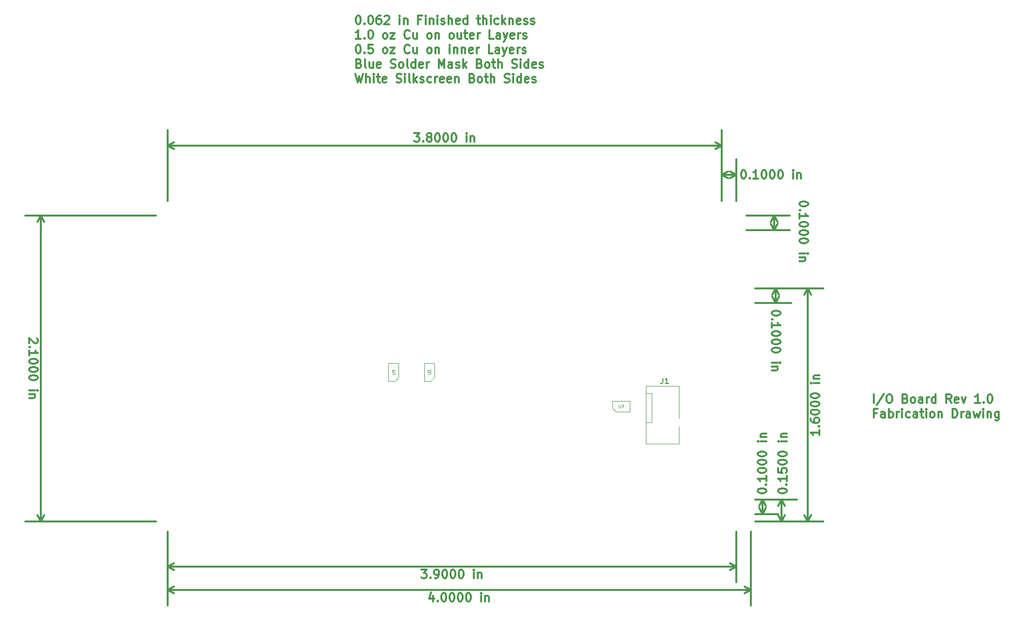
<source format=gbr>
G04 #@! TF.FileFunction,Other,Fab,Top*
%FSLAX46Y46*%
G04 Gerber Fmt 4.6, Leading zero omitted, Abs format (unit mm)*
G04 Created by KiCad (PCBNEW 4.0.6) date 11/29/17 13:37:14*
%MOMM*%
%LPD*%
G01*
G04 APERTURE LIST*
%ADD10C,0.100000*%
%ADD11C,0.300000*%
%ADD12C,0.075000*%
%ADD13C,0.150000*%
G04 APERTURE END LIST*
D10*
D11*
X136532857Y-33443571D02*
X136675714Y-33443571D01*
X136818571Y-33515000D01*
X136890000Y-33586429D01*
X136961429Y-33729286D01*
X137032857Y-34015000D01*
X137032857Y-34372143D01*
X136961429Y-34657857D01*
X136890000Y-34800714D01*
X136818571Y-34872143D01*
X136675714Y-34943571D01*
X136532857Y-34943571D01*
X136390000Y-34872143D01*
X136318571Y-34800714D01*
X136247143Y-34657857D01*
X136175714Y-34372143D01*
X136175714Y-34015000D01*
X136247143Y-33729286D01*
X136318571Y-33586429D01*
X136390000Y-33515000D01*
X136532857Y-33443571D01*
X137675714Y-34800714D02*
X137747142Y-34872143D01*
X137675714Y-34943571D01*
X137604285Y-34872143D01*
X137675714Y-34800714D01*
X137675714Y-34943571D01*
X138675714Y-33443571D02*
X138818571Y-33443571D01*
X138961428Y-33515000D01*
X139032857Y-33586429D01*
X139104286Y-33729286D01*
X139175714Y-34015000D01*
X139175714Y-34372143D01*
X139104286Y-34657857D01*
X139032857Y-34800714D01*
X138961428Y-34872143D01*
X138818571Y-34943571D01*
X138675714Y-34943571D01*
X138532857Y-34872143D01*
X138461428Y-34800714D01*
X138390000Y-34657857D01*
X138318571Y-34372143D01*
X138318571Y-34015000D01*
X138390000Y-33729286D01*
X138461428Y-33586429D01*
X138532857Y-33515000D01*
X138675714Y-33443571D01*
X140461428Y-33443571D02*
X140175714Y-33443571D01*
X140032857Y-33515000D01*
X139961428Y-33586429D01*
X139818571Y-33800714D01*
X139747142Y-34086429D01*
X139747142Y-34657857D01*
X139818571Y-34800714D01*
X139889999Y-34872143D01*
X140032857Y-34943571D01*
X140318571Y-34943571D01*
X140461428Y-34872143D01*
X140532857Y-34800714D01*
X140604285Y-34657857D01*
X140604285Y-34300714D01*
X140532857Y-34157857D01*
X140461428Y-34086429D01*
X140318571Y-34015000D01*
X140032857Y-34015000D01*
X139889999Y-34086429D01*
X139818571Y-34157857D01*
X139747142Y-34300714D01*
X141175713Y-33586429D02*
X141247142Y-33515000D01*
X141389999Y-33443571D01*
X141747142Y-33443571D01*
X141889999Y-33515000D01*
X141961428Y-33586429D01*
X142032856Y-33729286D01*
X142032856Y-33872143D01*
X141961428Y-34086429D01*
X141104285Y-34943571D01*
X142032856Y-34943571D01*
X143818570Y-34943571D02*
X143818570Y-33943571D01*
X143818570Y-33443571D02*
X143747141Y-33515000D01*
X143818570Y-33586429D01*
X143889998Y-33515000D01*
X143818570Y-33443571D01*
X143818570Y-33586429D01*
X144532856Y-33943571D02*
X144532856Y-34943571D01*
X144532856Y-34086429D02*
X144604284Y-34015000D01*
X144747142Y-33943571D01*
X144961427Y-33943571D01*
X145104284Y-34015000D01*
X145175713Y-34157857D01*
X145175713Y-34943571D01*
X147532856Y-34157857D02*
X147032856Y-34157857D01*
X147032856Y-34943571D02*
X147032856Y-33443571D01*
X147747142Y-33443571D01*
X148318570Y-34943571D02*
X148318570Y-33943571D01*
X148318570Y-33443571D02*
X148247141Y-33515000D01*
X148318570Y-33586429D01*
X148389998Y-33515000D01*
X148318570Y-33443571D01*
X148318570Y-33586429D01*
X149032856Y-33943571D02*
X149032856Y-34943571D01*
X149032856Y-34086429D02*
X149104284Y-34015000D01*
X149247142Y-33943571D01*
X149461427Y-33943571D01*
X149604284Y-34015000D01*
X149675713Y-34157857D01*
X149675713Y-34943571D01*
X150389999Y-34943571D02*
X150389999Y-33943571D01*
X150389999Y-33443571D02*
X150318570Y-33515000D01*
X150389999Y-33586429D01*
X150461427Y-33515000D01*
X150389999Y-33443571D01*
X150389999Y-33586429D01*
X151032856Y-34872143D02*
X151175713Y-34943571D01*
X151461428Y-34943571D01*
X151604285Y-34872143D01*
X151675713Y-34729286D01*
X151675713Y-34657857D01*
X151604285Y-34515000D01*
X151461428Y-34443571D01*
X151247142Y-34443571D01*
X151104285Y-34372143D01*
X151032856Y-34229286D01*
X151032856Y-34157857D01*
X151104285Y-34015000D01*
X151247142Y-33943571D01*
X151461428Y-33943571D01*
X151604285Y-34015000D01*
X152318571Y-34943571D02*
X152318571Y-33443571D01*
X152961428Y-34943571D02*
X152961428Y-34157857D01*
X152889999Y-34015000D01*
X152747142Y-33943571D01*
X152532857Y-33943571D01*
X152389999Y-34015000D01*
X152318571Y-34086429D01*
X154247142Y-34872143D02*
X154104285Y-34943571D01*
X153818571Y-34943571D01*
X153675714Y-34872143D01*
X153604285Y-34729286D01*
X153604285Y-34157857D01*
X153675714Y-34015000D01*
X153818571Y-33943571D01*
X154104285Y-33943571D01*
X154247142Y-34015000D01*
X154318571Y-34157857D01*
X154318571Y-34300714D01*
X153604285Y-34443571D01*
X155604285Y-34943571D02*
X155604285Y-33443571D01*
X155604285Y-34872143D02*
X155461428Y-34943571D01*
X155175714Y-34943571D01*
X155032856Y-34872143D01*
X154961428Y-34800714D01*
X154889999Y-34657857D01*
X154889999Y-34229286D01*
X154961428Y-34086429D01*
X155032856Y-34015000D01*
X155175714Y-33943571D01*
X155461428Y-33943571D01*
X155604285Y-34015000D01*
X157247142Y-33943571D02*
X157818571Y-33943571D01*
X157461428Y-33443571D02*
X157461428Y-34729286D01*
X157532856Y-34872143D01*
X157675714Y-34943571D01*
X157818571Y-34943571D01*
X158318571Y-34943571D02*
X158318571Y-33443571D01*
X158961428Y-34943571D02*
X158961428Y-34157857D01*
X158889999Y-34015000D01*
X158747142Y-33943571D01*
X158532857Y-33943571D01*
X158389999Y-34015000D01*
X158318571Y-34086429D01*
X159675714Y-34943571D02*
X159675714Y-33943571D01*
X159675714Y-33443571D02*
X159604285Y-33515000D01*
X159675714Y-33586429D01*
X159747142Y-33515000D01*
X159675714Y-33443571D01*
X159675714Y-33586429D01*
X161032857Y-34872143D02*
X160890000Y-34943571D01*
X160604286Y-34943571D01*
X160461428Y-34872143D01*
X160390000Y-34800714D01*
X160318571Y-34657857D01*
X160318571Y-34229286D01*
X160390000Y-34086429D01*
X160461428Y-34015000D01*
X160604286Y-33943571D01*
X160890000Y-33943571D01*
X161032857Y-34015000D01*
X161675714Y-34943571D02*
X161675714Y-33443571D01*
X161818571Y-34372143D02*
X162247142Y-34943571D01*
X162247142Y-33943571D02*
X161675714Y-34515000D01*
X162890000Y-33943571D02*
X162890000Y-34943571D01*
X162890000Y-34086429D02*
X162961428Y-34015000D01*
X163104286Y-33943571D01*
X163318571Y-33943571D01*
X163461428Y-34015000D01*
X163532857Y-34157857D01*
X163532857Y-34943571D01*
X164818571Y-34872143D02*
X164675714Y-34943571D01*
X164390000Y-34943571D01*
X164247143Y-34872143D01*
X164175714Y-34729286D01*
X164175714Y-34157857D01*
X164247143Y-34015000D01*
X164390000Y-33943571D01*
X164675714Y-33943571D01*
X164818571Y-34015000D01*
X164890000Y-34157857D01*
X164890000Y-34300714D01*
X164175714Y-34443571D01*
X165461428Y-34872143D02*
X165604285Y-34943571D01*
X165890000Y-34943571D01*
X166032857Y-34872143D01*
X166104285Y-34729286D01*
X166104285Y-34657857D01*
X166032857Y-34515000D01*
X165890000Y-34443571D01*
X165675714Y-34443571D01*
X165532857Y-34372143D01*
X165461428Y-34229286D01*
X165461428Y-34157857D01*
X165532857Y-34015000D01*
X165675714Y-33943571D01*
X165890000Y-33943571D01*
X166032857Y-34015000D01*
X166675714Y-34872143D02*
X166818571Y-34943571D01*
X167104286Y-34943571D01*
X167247143Y-34872143D01*
X167318571Y-34729286D01*
X167318571Y-34657857D01*
X167247143Y-34515000D01*
X167104286Y-34443571D01*
X166890000Y-34443571D01*
X166747143Y-34372143D01*
X166675714Y-34229286D01*
X166675714Y-34157857D01*
X166747143Y-34015000D01*
X166890000Y-33943571D01*
X167104286Y-33943571D01*
X167247143Y-34015000D01*
X137032857Y-37493571D02*
X136175714Y-37493571D01*
X136604286Y-37493571D02*
X136604286Y-35993571D01*
X136461429Y-36207857D01*
X136318571Y-36350714D01*
X136175714Y-36422143D01*
X137675714Y-37350714D02*
X137747142Y-37422143D01*
X137675714Y-37493571D01*
X137604285Y-37422143D01*
X137675714Y-37350714D01*
X137675714Y-37493571D01*
X138675714Y-35993571D02*
X138818571Y-35993571D01*
X138961428Y-36065000D01*
X139032857Y-36136429D01*
X139104286Y-36279286D01*
X139175714Y-36565000D01*
X139175714Y-36922143D01*
X139104286Y-37207857D01*
X139032857Y-37350714D01*
X138961428Y-37422143D01*
X138818571Y-37493571D01*
X138675714Y-37493571D01*
X138532857Y-37422143D01*
X138461428Y-37350714D01*
X138390000Y-37207857D01*
X138318571Y-36922143D01*
X138318571Y-36565000D01*
X138390000Y-36279286D01*
X138461428Y-36136429D01*
X138532857Y-36065000D01*
X138675714Y-35993571D01*
X141175714Y-37493571D02*
X141032856Y-37422143D01*
X140961428Y-37350714D01*
X140889999Y-37207857D01*
X140889999Y-36779286D01*
X140961428Y-36636429D01*
X141032856Y-36565000D01*
X141175714Y-36493571D01*
X141389999Y-36493571D01*
X141532856Y-36565000D01*
X141604285Y-36636429D01*
X141675714Y-36779286D01*
X141675714Y-37207857D01*
X141604285Y-37350714D01*
X141532856Y-37422143D01*
X141389999Y-37493571D01*
X141175714Y-37493571D01*
X142175714Y-36493571D02*
X142961428Y-36493571D01*
X142175714Y-37493571D01*
X142961428Y-37493571D01*
X145532857Y-37350714D02*
X145461428Y-37422143D01*
X145247142Y-37493571D01*
X145104285Y-37493571D01*
X144890000Y-37422143D01*
X144747142Y-37279286D01*
X144675714Y-37136429D01*
X144604285Y-36850714D01*
X144604285Y-36636429D01*
X144675714Y-36350714D01*
X144747142Y-36207857D01*
X144890000Y-36065000D01*
X145104285Y-35993571D01*
X145247142Y-35993571D01*
X145461428Y-36065000D01*
X145532857Y-36136429D01*
X146818571Y-36493571D02*
X146818571Y-37493571D01*
X146175714Y-36493571D02*
X146175714Y-37279286D01*
X146247142Y-37422143D01*
X146390000Y-37493571D01*
X146604285Y-37493571D01*
X146747142Y-37422143D01*
X146818571Y-37350714D01*
X148890000Y-37493571D02*
X148747142Y-37422143D01*
X148675714Y-37350714D01*
X148604285Y-37207857D01*
X148604285Y-36779286D01*
X148675714Y-36636429D01*
X148747142Y-36565000D01*
X148890000Y-36493571D01*
X149104285Y-36493571D01*
X149247142Y-36565000D01*
X149318571Y-36636429D01*
X149390000Y-36779286D01*
X149390000Y-37207857D01*
X149318571Y-37350714D01*
X149247142Y-37422143D01*
X149104285Y-37493571D01*
X148890000Y-37493571D01*
X150032857Y-36493571D02*
X150032857Y-37493571D01*
X150032857Y-36636429D02*
X150104285Y-36565000D01*
X150247143Y-36493571D01*
X150461428Y-36493571D01*
X150604285Y-36565000D01*
X150675714Y-36707857D01*
X150675714Y-37493571D01*
X152747143Y-37493571D02*
X152604285Y-37422143D01*
X152532857Y-37350714D01*
X152461428Y-37207857D01*
X152461428Y-36779286D01*
X152532857Y-36636429D01*
X152604285Y-36565000D01*
X152747143Y-36493571D01*
X152961428Y-36493571D01*
X153104285Y-36565000D01*
X153175714Y-36636429D01*
X153247143Y-36779286D01*
X153247143Y-37207857D01*
X153175714Y-37350714D01*
X153104285Y-37422143D01*
X152961428Y-37493571D01*
X152747143Y-37493571D01*
X154532857Y-36493571D02*
X154532857Y-37493571D01*
X153890000Y-36493571D02*
X153890000Y-37279286D01*
X153961428Y-37422143D01*
X154104286Y-37493571D01*
X154318571Y-37493571D01*
X154461428Y-37422143D01*
X154532857Y-37350714D01*
X155032857Y-36493571D02*
X155604286Y-36493571D01*
X155247143Y-35993571D02*
X155247143Y-37279286D01*
X155318571Y-37422143D01*
X155461429Y-37493571D01*
X155604286Y-37493571D01*
X156675714Y-37422143D02*
X156532857Y-37493571D01*
X156247143Y-37493571D01*
X156104286Y-37422143D01*
X156032857Y-37279286D01*
X156032857Y-36707857D01*
X156104286Y-36565000D01*
X156247143Y-36493571D01*
X156532857Y-36493571D01*
X156675714Y-36565000D01*
X156747143Y-36707857D01*
X156747143Y-36850714D01*
X156032857Y-36993571D01*
X157390000Y-37493571D02*
X157390000Y-36493571D01*
X157390000Y-36779286D02*
X157461428Y-36636429D01*
X157532857Y-36565000D01*
X157675714Y-36493571D01*
X157818571Y-36493571D01*
X160175714Y-37493571D02*
X159461428Y-37493571D01*
X159461428Y-35993571D01*
X161318571Y-37493571D02*
X161318571Y-36707857D01*
X161247142Y-36565000D01*
X161104285Y-36493571D01*
X160818571Y-36493571D01*
X160675714Y-36565000D01*
X161318571Y-37422143D02*
X161175714Y-37493571D01*
X160818571Y-37493571D01*
X160675714Y-37422143D01*
X160604285Y-37279286D01*
X160604285Y-37136429D01*
X160675714Y-36993571D01*
X160818571Y-36922143D01*
X161175714Y-36922143D01*
X161318571Y-36850714D01*
X161890000Y-36493571D02*
X162247143Y-37493571D01*
X162604285Y-36493571D02*
X162247143Y-37493571D01*
X162104285Y-37850714D01*
X162032857Y-37922143D01*
X161890000Y-37993571D01*
X163747142Y-37422143D02*
X163604285Y-37493571D01*
X163318571Y-37493571D01*
X163175714Y-37422143D01*
X163104285Y-37279286D01*
X163104285Y-36707857D01*
X163175714Y-36565000D01*
X163318571Y-36493571D01*
X163604285Y-36493571D01*
X163747142Y-36565000D01*
X163818571Y-36707857D01*
X163818571Y-36850714D01*
X163104285Y-36993571D01*
X164461428Y-37493571D02*
X164461428Y-36493571D01*
X164461428Y-36779286D02*
X164532856Y-36636429D01*
X164604285Y-36565000D01*
X164747142Y-36493571D01*
X164889999Y-36493571D01*
X165318570Y-37422143D02*
X165461427Y-37493571D01*
X165747142Y-37493571D01*
X165889999Y-37422143D01*
X165961427Y-37279286D01*
X165961427Y-37207857D01*
X165889999Y-37065000D01*
X165747142Y-36993571D01*
X165532856Y-36993571D01*
X165389999Y-36922143D01*
X165318570Y-36779286D01*
X165318570Y-36707857D01*
X165389999Y-36565000D01*
X165532856Y-36493571D01*
X165747142Y-36493571D01*
X165889999Y-36565000D01*
X136532857Y-38543571D02*
X136675714Y-38543571D01*
X136818571Y-38615000D01*
X136890000Y-38686429D01*
X136961429Y-38829286D01*
X137032857Y-39115000D01*
X137032857Y-39472143D01*
X136961429Y-39757857D01*
X136890000Y-39900714D01*
X136818571Y-39972143D01*
X136675714Y-40043571D01*
X136532857Y-40043571D01*
X136390000Y-39972143D01*
X136318571Y-39900714D01*
X136247143Y-39757857D01*
X136175714Y-39472143D01*
X136175714Y-39115000D01*
X136247143Y-38829286D01*
X136318571Y-38686429D01*
X136390000Y-38615000D01*
X136532857Y-38543571D01*
X137675714Y-39900714D02*
X137747142Y-39972143D01*
X137675714Y-40043571D01*
X137604285Y-39972143D01*
X137675714Y-39900714D01*
X137675714Y-40043571D01*
X139104286Y-38543571D02*
X138390000Y-38543571D01*
X138318571Y-39257857D01*
X138390000Y-39186429D01*
X138532857Y-39115000D01*
X138890000Y-39115000D01*
X139032857Y-39186429D01*
X139104286Y-39257857D01*
X139175714Y-39400714D01*
X139175714Y-39757857D01*
X139104286Y-39900714D01*
X139032857Y-39972143D01*
X138890000Y-40043571D01*
X138532857Y-40043571D01*
X138390000Y-39972143D01*
X138318571Y-39900714D01*
X141175714Y-40043571D02*
X141032856Y-39972143D01*
X140961428Y-39900714D01*
X140889999Y-39757857D01*
X140889999Y-39329286D01*
X140961428Y-39186429D01*
X141032856Y-39115000D01*
X141175714Y-39043571D01*
X141389999Y-39043571D01*
X141532856Y-39115000D01*
X141604285Y-39186429D01*
X141675714Y-39329286D01*
X141675714Y-39757857D01*
X141604285Y-39900714D01*
X141532856Y-39972143D01*
X141389999Y-40043571D01*
X141175714Y-40043571D01*
X142175714Y-39043571D02*
X142961428Y-39043571D01*
X142175714Y-40043571D01*
X142961428Y-40043571D01*
X145532857Y-39900714D02*
X145461428Y-39972143D01*
X145247142Y-40043571D01*
X145104285Y-40043571D01*
X144890000Y-39972143D01*
X144747142Y-39829286D01*
X144675714Y-39686429D01*
X144604285Y-39400714D01*
X144604285Y-39186429D01*
X144675714Y-38900714D01*
X144747142Y-38757857D01*
X144890000Y-38615000D01*
X145104285Y-38543571D01*
X145247142Y-38543571D01*
X145461428Y-38615000D01*
X145532857Y-38686429D01*
X146818571Y-39043571D02*
X146818571Y-40043571D01*
X146175714Y-39043571D02*
X146175714Y-39829286D01*
X146247142Y-39972143D01*
X146390000Y-40043571D01*
X146604285Y-40043571D01*
X146747142Y-39972143D01*
X146818571Y-39900714D01*
X148890000Y-40043571D02*
X148747142Y-39972143D01*
X148675714Y-39900714D01*
X148604285Y-39757857D01*
X148604285Y-39329286D01*
X148675714Y-39186429D01*
X148747142Y-39115000D01*
X148890000Y-39043571D01*
X149104285Y-39043571D01*
X149247142Y-39115000D01*
X149318571Y-39186429D01*
X149390000Y-39329286D01*
X149390000Y-39757857D01*
X149318571Y-39900714D01*
X149247142Y-39972143D01*
X149104285Y-40043571D01*
X148890000Y-40043571D01*
X150032857Y-39043571D02*
X150032857Y-40043571D01*
X150032857Y-39186429D02*
X150104285Y-39115000D01*
X150247143Y-39043571D01*
X150461428Y-39043571D01*
X150604285Y-39115000D01*
X150675714Y-39257857D01*
X150675714Y-40043571D01*
X152532857Y-40043571D02*
X152532857Y-39043571D01*
X152532857Y-38543571D02*
X152461428Y-38615000D01*
X152532857Y-38686429D01*
X152604285Y-38615000D01*
X152532857Y-38543571D01*
X152532857Y-38686429D01*
X153247143Y-39043571D02*
X153247143Y-40043571D01*
X153247143Y-39186429D02*
X153318571Y-39115000D01*
X153461429Y-39043571D01*
X153675714Y-39043571D01*
X153818571Y-39115000D01*
X153890000Y-39257857D01*
X153890000Y-40043571D01*
X154604286Y-39043571D02*
X154604286Y-40043571D01*
X154604286Y-39186429D02*
X154675714Y-39115000D01*
X154818572Y-39043571D01*
X155032857Y-39043571D01*
X155175714Y-39115000D01*
X155247143Y-39257857D01*
X155247143Y-40043571D01*
X156532857Y-39972143D02*
X156390000Y-40043571D01*
X156104286Y-40043571D01*
X155961429Y-39972143D01*
X155890000Y-39829286D01*
X155890000Y-39257857D01*
X155961429Y-39115000D01*
X156104286Y-39043571D01*
X156390000Y-39043571D01*
X156532857Y-39115000D01*
X156604286Y-39257857D01*
X156604286Y-39400714D01*
X155890000Y-39543571D01*
X157247143Y-40043571D02*
X157247143Y-39043571D01*
X157247143Y-39329286D02*
X157318571Y-39186429D01*
X157390000Y-39115000D01*
X157532857Y-39043571D01*
X157675714Y-39043571D01*
X160032857Y-40043571D02*
X159318571Y-40043571D01*
X159318571Y-38543571D01*
X161175714Y-40043571D02*
X161175714Y-39257857D01*
X161104285Y-39115000D01*
X160961428Y-39043571D01*
X160675714Y-39043571D01*
X160532857Y-39115000D01*
X161175714Y-39972143D02*
X161032857Y-40043571D01*
X160675714Y-40043571D01*
X160532857Y-39972143D01*
X160461428Y-39829286D01*
X160461428Y-39686429D01*
X160532857Y-39543571D01*
X160675714Y-39472143D01*
X161032857Y-39472143D01*
X161175714Y-39400714D01*
X161747143Y-39043571D02*
X162104286Y-40043571D01*
X162461428Y-39043571D02*
X162104286Y-40043571D01*
X161961428Y-40400714D01*
X161890000Y-40472143D01*
X161747143Y-40543571D01*
X163604285Y-39972143D02*
X163461428Y-40043571D01*
X163175714Y-40043571D01*
X163032857Y-39972143D01*
X162961428Y-39829286D01*
X162961428Y-39257857D01*
X163032857Y-39115000D01*
X163175714Y-39043571D01*
X163461428Y-39043571D01*
X163604285Y-39115000D01*
X163675714Y-39257857D01*
X163675714Y-39400714D01*
X162961428Y-39543571D01*
X164318571Y-40043571D02*
X164318571Y-39043571D01*
X164318571Y-39329286D02*
X164389999Y-39186429D01*
X164461428Y-39115000D01*
X164604285Y-39043571D01*
X164747142Y-39043571D01*
X165175713Y-39972143D02*
X165318570Y-40043571D01*
X165604285Y-40043571D01*
X165747142Y-39972143D01*
X165818570Y-39829286D01*
X165818570Y-39757857D01*
X165747142Y-39615000D01*
X165604285Y-39543571D01*
X165389999Y-39543571D01*
X165247142Y-39472143D01*
X165175713Y-39329286D01*
X165175713Y-39257857D01*
X165247142Y-39115000D01*
X165389999Y-39043571D01*
X165604285Y-39043571D01*
X165747142Y-39115000D01*
X136747143Y-41807857D02*
X136961429Y-41879286D01*
X137032857Y-41950714D01*
X137104286Y-42093571D01*
X137104286Y-42307857D01*
X137032857Y-42450714D01*
X136961429Y-42522143D01*
X136818571Y-42593571D01*
X136247143Y-42593571D01*
X136247143Y-41093571D01*
X136747143Y-41093571D01*
X136890000Y-41165000D01*
X136961429Y-41236429D01*
X137032857Y-41379286D01*
X137032857Y-41522143D01*
X136961429Y-41665000D01*
X136890000Y-41736429D01*
X136747143Y-41807857D01*
X136247143Y-41807857D01*
X137961429Y-42593571D02*
X137818571Y-42522143D01*
X137747143Y-42379286D01*
X137747143Y-41093571D01*
X139175714Y-41593571D02*
X139175714Y-42593571D01*
X138532857Y-41593571D02*
X138532857Y-42379286D01*
X138604285Y-42522143D01*
X138747143Y-42593571D01*
X138961428Y-42593571D01*
X139104285Y-42522143D01*
X139175714Y-42450714D01*
X140461428Y-42522143D02*
X140318571Y-42593571D01*
X140032857Y-42593571D01*
X139890000Y-42522143D01*
X139818571Y-42379286D01*
X139818571Y-41807857D01*
X139890000Y-41665000D01*
X140032857Y-41593571D01*
X140318571Y-41593571D01*
X140461428Y-41665000D01*
X140532857Y-41807857D01*
X140532857Y-41950714D01*
X139818571Y-42093571D01*
X142247142Y-42522143D02*
X142461428Y-42593571D01*
X142818571Y-42593571D01*
X142961428Y-42522143D01*
X143032857Y-42450714D01*
X143104285Y-42307857D01*
X143104285Y-42165000D01*
X143032857Y-42022143D01*
X142961428Y-41950714D01*
X142818571Y-41879286D01*
X142532857Y-41807857D01*
X142389999Y-41736429D01*
X142318571Y-41665000D01*
X142247142Y-41522143D01*
X142247142Y-41379286D01*
X142318571Y-41236429D01*
X142389999Y-41165000D01*
X142532857Y-41093571D01*
X142889999Y-41093571D01*
X143104285Y-41165000D01*
X143961428Y-42593571D02*
X143818570Y-42522143D01*
X143747142Y-42450714D01*
X143675713Y-42307857D01*
X143675713Y-41879286D01*
X143747142Y-41736429D01*
X143818570Y-41665000D01*
X143961428Y-41593571D01*
X144175713Y-41593571D01*
X144318570Y-41665000D01*
X144389999Y-41736429D01*
X144461428Y-41879286D01*
X144461428Y-42307857D01*
X144389999Y-42450714D01*
X144318570Y-42522143D01*
X144175713Y-42593571D01*
X143961428Y-42593571D01*
X145318571Y-42593571D02*
X145175713Y-42522143D01*
X145104285Y-42379286D01*
X145104285Y-41093571D01*
X146532856Y-42593571D02*
X146532856Y-41093571D01*
X146532856Y-42522143D02*
X146389999Y-42593571D01*
X146104285Y-42593571D01*
X145961427Y-42522143D01*
X145889999Y-42450714D01*
X145818570Y-42307857D01*
X145818570Y-41879286D01*
X145889999Y-41736429D01*
X145961427Y-41665000D01*
X146104285Y-41593571D01*
X146389999Y-41593571D01*
X146532856Y-41665000D01*
X147818570Y-42522143D02*
X147675713Y-42593571D01*
X147389999Y-42593571D01*
X147247142Y-42522143D01*
X147175713Y-42379286D01*
X147175713Y-41807857D01*
X147247142Y-41665000D01*
X147389999Y-41593571D01*
X147675713Y-41593571D01*
X147818570Y-41665000D01*
X147889999Y-41807857D01*
X147889999Y-41950714D01*
X147175713Y-42093571D01*
X148532856Y-42593571D02*
X148532856Y-41593571D01*
X148532856Y-41879286D02*
X148604284Y-41736429D01*
X148675713Y-41665000D01*
X148818570Y-41593571D01*
X148961427Y-41593571D01*
X150604284Y-42593571D02*
X150604284Y-41093571D01*
X151104284Y-42165000D01*
X151604284Y-41093571D01*
X151604284Y-42593571D01*
X152961427Y-42593571D02*
X152961427Y-41807857D01*
X152889998Y-41665000D01*
X152747141Y-41593571D01*
X152461427Y-41593571D01*
X152318570Y-41665000D01*
X152961427Y-42522143D02*
X152818570Y-42593571D01*
X152461427Y-42593571D01*
X152318570Y-42522143D01*
X152247141Y-42379286D01*
X152247141Y-42236429D01*
X152318570Y-42093571D01*
X152461427Y-42022143D01*
X152818570Y-42022143D01*
X152961427Y-41950714D01*
X153604284Y-42522143D02*
X153747141Y-42593571D01*
X154032856Y-42593571D01*
X154175713Y-42522143D01*
X154247141Y-42379286D01*
X154247141Y-42307857D01*
X154175713Y-42165000D01*
X154032856Y-42093571D01*
X153818570Y-42093571D01*
X153675713Y-42022143D01*
X153604284Y-41879286D01*
X153604284Y-41807857D01*
X153675713Y-41665000D01*
X153818570Y-41593571D01*
X154032856Y-41593571D01*
X154175713Y-41665000D01*
X154889999Y-42593571D02*
X154889999Y-41093571D01*
X155032856Y-42022143D02*
X155461427Y-42593571D01*
X155461427Y-41593571D02*
X154889999Y-42165000D01*
X157747142Y-41807857D02*
X157961428Y-41879286D01*
X158032856Y-41950714D01*
X158104285Y-42093571D01*
X158104285Y-42307857D01*
X158032856Y-42450714D01*
X157961428Y-42522143D01*
X157818570Y-42593571D01*
X157247142Y-42593571D01*
X157247142Y-41093571D01*
X157747142Y-41093571D01*
X157889999Y-41165000D01*
X157961428Y-41236429D01*
X158032856Y-41379286D01*
X158032856Y-41522143D01*
X157961428Y-41665000D01*
X157889999Y-41736429D01*
X157747142Y-41807857D01*
X157247142Y-41807857D01*
X158961428Y-42593571D02*
X158818570Y-42522143D01*
X158747142Y-42450714D01*
X158675713Y-42307857D01*
X158675713Y-41879286D01*
X158747142Y-41736429D01*
X158818570Y-41665000D01*
X158961428Y-41593571D01*
X159175713Y-41593571D01*
X159318570Y-41665000D01*
X159389999Y-41736429D01*
X159461428Y-41879286D01*
X159461428Y-42307857D01*
X159389999Y-42450714D01*
X159318570Y-42522143D01*
X159175713Y-42593571D01*
X158961428Y-42593571D01*
X159889999Y-41593571D02*
X160461428Y-41593571D01*
X160104285Y-41093571D02*
X160104285Y-42379286D01*
X160175713Y-42522143D01*
X160318571Y-42593571D01*
X160461428Y-42593571D01*
X160961428Y-42593571D02*
X160961428Y-41093571D01*
X161604285Y-42593571D02*
X161604285Y-41807857D01*
X161532856Y-41665000D01*
X161389999Y-41593571D01*
X161175714Y-41593571D01*
X161032856Y-41665000D01*
X160961428Y-41736429D01*
X163389999Y-42522143D02*
X163604285Y-42593571D01*
X163961428Y-42593571D01*
X164104285Y-42522143D01*
X164175714Y-42450714D01*
X164247142Y-42307857D01*
X164247142Y-42165000D01*
X164175714Y-42022143D01*
X164104285Y-41950714D01*
X163961428Y-41879286D01*
X163675714Y-41807857D01*
X163532856Y-41736429D01*
X163461428Y-41665000D01*
X163389999Y-41522143D01*
X163389999Y-41379286D01*
X163461428Y-41236429D01*
X163532856Y-41165000D01*
X163675714Y-41093571D01*
X164032856Y-41093571D01*
X164247142Y-41165000D01*
X164889999Y-42593571D02*
X164889999Y-41593571D01*
X164889999Y-41093571D02*
X164818570Y-41165000D01*
X164889999Y-41236429D01*
X164961427Y-41165000D01*
X164889999Y-41093571D01*
X164889999Y-41236429D01*
X166247142Y-42593571D02*
X166247142Y-41093571D01*
X166247142Y-42522143D02*
X166104285Y-42593571D01*
X165818571Y-42593571D01*
X165675713Y-42522143D01*
X165604285Y-42450714D01*
X165532856Y-42307857D01*
X165532856Y-41879286D01*
X165604285Y-41736429D01*
X165675713Y-41665000D01*
X165818571Y-41593571D01*
X166104285Y-41593571D01*
X166247142Y-41665000D01*
X167532856Y-42522143D02*
X167389999Y-42593571D01*
X167104285Y-42593571D01*
X166961428Y-42522143D01*
X166889999Y-42379286D01*
X166889999Y-41807857D01*
X166961428Y-41665000D01*
X167104285Y-41593571D01*
X167389999Y-41593571D01*
X167532856Y-41665000D01*
X167604285Y-41807857D01*
X167604285Y-41950714D01*
X166889999Y-42093571D01*
X168175713Y-42522143D02*
X168318570Y-42593571D01*
X168604285Y-42593571D01*
X168747142Y-42522143D01*
X168818570Y-42379286D01*
X168818570Y-42307857D01*
X168747142Y-42165000D01*
X168604285Y-42093571D01*
X168389999Y-42093571D01*
X168247142Y-42022143D01*
X168175713Y-41879286D01*
X168175713Y-41807857D01*
X168247142Y-41665000D01*
X168389999Y-41593571D01*
X168604285Y-41593571D01*
X168747142Y-41665000D01*
X136104286Y-43643571D02*
X136461429Y-45143571D01*
X136747143Y-44072143D01*
X137032857Y-45143571D01*
X137390000Y-43643571D01*
X137961429Y-45143571D02*
X137961429Y-43643571D01*
X138604286Y-45143571D02*
X138604286Y-44357857D01*
X138532857Y-44215000D01*
X138390000Y-44143571D01*
X138175715Y-44143571D01*
X138032857Y-44215000D01*
X137961429Y-44286429D01*
X139318572Y-45143571D02*
X139318572Y-44143571D01*
X139318572Y-43643571D02*
X139247143Y-43715000D01*
X139318572Y-43786429D01*
X139390000Y-43715000D01*
X139318572Y-43643571D01*
X139318572Y-43786429D01*
X139818572Y-44143571D02*
X140390001Y-44143571D01*
X140032858Y-43643571D02*
X140032858Y-44929286D01*
X140104286Y-45072143D01*
X140247144Y-45143571D01*
X140390001Y-45143571D01*
X141461429Y-45072143D02*
X141318572Y-45143571D01*
X141032858Y-45143571D01*
X140890001Y-45072143D01*
X140818572Y-44929286D01*
X140818572Y-44357857D01*
X140890001Y-44215000D01*
X141032858Y-44143571D01*
X141318572Y-44143571D01*
X141461429Y-44215000D01*
X141532858Y-44357857D01*
X141532858Y-44500714D01*
X140818572Y-44643571D01*
X143247143Y-45072143D02*
X143461429Y-45143571D01*
X143818572Y-45143571D01*
X143961429Y-45072143D01*
X144032858Y-45000714D01*
X144104286Y-44857857D01*
X144104286Y-44715000D01*
X144032858Y-44572143D01*
X143961429Y-44500714D01*
X143818572Y-44429286D01*
X143532858Y-44357857D01*
X143390000Y-44286429D01*
X143318572Y-44215000D01*
X143247143Y-44072143D01*
X143247143Y-43929286D01*
X143318572Y-43786429D01*
X143390000Y-43715000D01*
X143532858Y-43643571D01*
X143890000Y-43643571D01*
X144104286Y-43715000D01*
X144747143Y-45143571D02*
X144747143Y-44143571D01*
X144747143Y-43643571D02*
X144675714Y-43715000D01*
X144747143Y-43786429D01*
X144818571Y-43715000D01*
X144747143Y-43643571D01*
X144747143Y-43786429D01*
X145675715Y-45143571D02*
X145532857Y-45072143D01*
X145461429Y-44929286D01*
X145461429Y-43643571D01*
X146247143Y-45143571D02*
X146247143Y-43643571D01*
X146390000Y-44572143D02*
X146818571Y-45143571D01*
X146818571Y-44143571D02*
X146247143Y-44715000D01*
X147390000Y-45072143D02*
X147532857Y-45143571D01*
X147818572Y-45143571D01*
X147961429Y-45072143D01*
X148032857Y-44929286D01*
X148032857Y-44857857D01*
X147961429Y-44715000D01*
X147818572Y-44643571D01*
X147604286Y-44643571D01*
X147461429Y-44572143D01*
X147390000Y-44429286D01*
X147390000Y-44357857D01*
X147461429Y-44215000D01*
X147604286Y-44143571D01*
X147818572Y-44143571D01*
X147961429Y-44215000D01*
X149318572Y-45072143D02*
X149175715Y-45143571D01*
X148890001Y-45143571D01*
X148747143Y-45072143D01*
X148675715Y-45000714D01*
X148604286Y-44857857D01*
X148604286Y-44429286D01*
X148675715Y-44286429D01*
X148747143Y-44215000D01*
X148890001Y-44143571D01*
X149175715Y-44143571D01*
X149318572Y-44215000D01*
X149961429Y-45143571D02*
X149961429Y-44143571D01*
X149961429Y-44429286D02*
X150032857Y-44286429D01*
X150104286Y-44215000D01*
X150247143Y-44143571D01*
X150390000Y-44143571D01*
X151461428Y-45072143D02*
X151318571Y-45143571D01*
X151032857Y-45143571D01*
X150890000Y-45072143D01*
X150818571Y-44929286D01*
X150818571Y-44357857D01*
X150890000Y-44215000D01*
X151032857Y-44143571D01*
X151318571Y-44143571D01*
X151461428Y-44215000D01*
X151532857Y-44357857D01*
X151532857Y-44500714D01*
X150818571Y-44643571D01*
X152747142Y-45072143D02*
X152604285Y-45143571D01*
X152318571Y-45143571D01*
X152175714Y-45072143D01*
X152104285Y-44929286D01*
X152104285Y-44357857D01*
X152175714Y-44215000D01*
X152318571Y-44143571D01*
X152604285Y-44143571D01*
X152747142Y-44215000D01*
X152818571Y-44357857D01*
X152818571Y-44500714D01*
X152104285Y-44643571D01*
X153461428Y-44143571D02*
X153461428Y-45143571D01*
X153461428Y-44286429D02*
X153532856Y-44215000D01*
X153675714Y-44143571D01*
X153889999Y-44143571D01*
X154032856Y-44215000D01*
X154104285Y-44357857D01*
X154104285Y-45143571D01*
X156461428Y-44357857D02*
X156675714Y-44429286D01*
X156747142Y-44500714D01*
X156818571Y-44643571D01*
X156818571Y-44857857D01*
X156747142Y-45000714D01*
X156675714Y-45072143D01*
X156532856Y-45143571D01*
X155961428Y-45143571D01*
X155961428Y-43643571D01*
X156461428Y-43643571D01*
X156604285Y-43715000D01*
X156675714Y-43786429D01*
X156747142Y-43929286D01*
X156747142Y-44072143D01*
X156675714Y-44215000D01*
X156604285Y-44286429D01*
X156461428Y-44357857D01*
X155961428Y-44357857D01*
X157675714Y-45143571D02*
X157532856Y-45072143D01*
X157461428Y-45000714D01*
X157389999Y-44857857D01*
X157389999Y-44429286D01*
X157461428Y-44286429D01*
X157532856Y-44215000D01*
X157675714Y-44143571D01*
X157889999Y-44143571D01*
X158032856Y-44215000D01*
X158104285Y-44286429D01*
X158175714Y-44429286D01*
X158175714Y-44857857D01*
X158104285Y-45000714D01*
X158032856Y-45072143D01*
X157889999Y-45143571D01*
X157675714Y-45143571D01*
X158604285Y-44143571D02*
X159175714Y-44143571D01*
X158818571Y-43643571D02*
X158818571Y-44929286D01*
X158889999Y-45072143D01*
X159032857Y-45143571D01*
X159175714Y-45143571D01*
X159675714Y-45143571D02*
X159675714Y-43643571D01*
X160318571Y-45143571D02*
X160318571Y-44357857D01*
X160247142Y-44215000D01*
X160104285Y-44143571D01*
X159890000Y-44143571D01*
X159747142Y-44215000D01*
X159675714Y-44286429D01*
X162104285Y-45072143D02*
X162318571Y-45143571D01*
X162675714Y-45143571D01*
X162818571Y-45072143D01*
X162890000Y-45000714D01*
X162961428Y-44857857D01*
X162961428Y-44715000D01*
X162890000Y-44572143D01*
X162818571Y-44500714D01*
X162675714Y-44429286D01*
X162390000Y-44357857D01*
X162247142Y-44286429D01*
X162175714Y-44215000D01*
X162104285Y-44072143D01*
X162104285Y-43929286D01*
X162175714Y-43786429D01*
X162247142Y-43715000D01*
X162390000Y-43643571D01*
X162747142Y-43643571D01*
X162961428Y-43715000D01*
X163604285Y-45143571D02*
X163604285Y-44143571D01*
X163604285Y-43643571D02*
X163532856Y-43715000D01*
X163604285Y-43786429D01*
X163675713Y-43715000D01*
X163604285Y-43643571D01*
X163604285Y-43786429D01*
X164961428Y-45143571D02*
X164961428Y-43643571D01*
X164961428Y-45072143D02*
X164818571Y-45143571D01*
X164532857Y-45143571D01*
X164389999Y-45072143D01*
X164318571Y-45000714D01*
X164247142Y-44857857D01*
X164247142Y-44429286D01*
X164318571Y-44286429D01*
X164389999Y-44215000D01*
X164532857Y-44143571D01*
X164818571Y-44143571D01*
X164961428Y-44215000D01*
X166247142Y-45072143D02*
X166104285Y-45143571D01*
X165818571Y-45143571D01*
X165675714Y-45072143D01*
X165604285Y-44929286D01*
X165604285Y-44357857D01*
X165675714Y-44215000D01*
X165818571Y-44143571D01*
X166104285Y-44143571D01*
X166247142Y-44215000D01*
X166318571Y-44357857D01*
X166318571Y-44500714D01*
X165604285Y-44643571D01*
X166889999Y-45072143D02*
X167032856Y-45143571D01*
X167318571Y-45143571D01*
X167461428Y-45072143D01*
X167532856Y-44929286D01*
X167532856Y-44857857D01*
X167461428Y-44715000D01*
X167318571Y-44643571D01*
X167104285Y-44643571D01*
X166961428Y-44572143D01*
X166889999Y-44429286D01*
X166889999Y-44357857D01*
X166961428Y-44215000D01*
X167104285Y-44143571D01*
X167318571Y-44143571D01*
X167461428Y-44215000D01*
X206188571Y-116398856D02*
X206188571Y-116255999D01*
X206260000Y-116113142D01*
X206331429Y-116041713D01*
X206474286Y-115970284D01*
X206760000Y-115898856D01*
X207117143Y-115898856D01*
X207402857Y-115970284D01*
X207545714Y-116041713D01*
X207617143Y-116113142D01*
X207688571Y-116255999D01*
X207688571Y-116398856D01*
X207617143Y-116541713D01*
X207545714Y-116613142D01*
X207402857Y-116684570D01*
X207117143Y-116755999D01*
X206760000Y-116755999D01*
X206474286Y-116684570D01*
X206331429Y-116613142D01*
X206260000Y-116541713D01*
X206188571Y-116398856D01*
X207545714Y-115255999D02*
X207617143Y-115184571D01*
X207688571Y-115255999D01*
X207617143Y-115327428D01*
X207545714Y-115255999D01*
X207688571Y-115255999D01*
X207688571Y-113755999D02*
X207688571Y-114613142D01*
X207688571Y-114184570D02*
X206188571Y-114184570D01*
X206402857Y-114327427D01*
X206545714Y-114470285D01*
X206617143Y-114613142D01*
X206188571Y-112827428D02*
X206188571Y-112684571D01*
X206260000Y-112541714D01*
X206331429Y-112470285D01*
X206474286Y-112398856D01*
X206760000Y-112327428D01*
X207117143Y-112327428D01*
X207402857Y-112398856D01*
X207545714Y-112470285D01*
X207617143Y-112541714D01*
X207688571Y-112684571D01*
X207688571Y-112827428D01*
X207617143Y-112970285D01*
X207545714Y-113041714D01*
X207402857Y-113113142D01*
X207117143Y-113184571D01*
X206760000Y-113184571D01*
X206474286Y-113113142D01*
X206331429Y-113041714D01*
X206260000Y-112970285D01*
X206188571Y-112827428D01*
X206188571Y-111398857D02*
X206188571Y-111256000D01*
X206260000Y-111113143D01*
X206331429Y-111041714D01*
X206474286Y-110970285D01*
X206760000Y-110898857D01*
X207117143Y-110898857D01*
X207402857Y-110970285D01*
X207545714Y-111041714D01*
X207617143Y-111113143D01*
X207688571Y-111256000D01*
X207688571Y-111398857D01*
X207617143Y-111541714D01*
X207545714Y-111613143D01*
X207402857Y-111684571D01*
X207117143Y-111756000D01*
X206760000Y-111756000D01*
X206474286Y-111684571D01*
X206331429Y-111613143D01*
X206260000Y-111541714D01*
X206188571Y-111398857D01*
X206188571Y-109970286D02*
X206188571Y-109827429D01*
X206260000Y-109684572D01*
X206331429Y-109613143D01*
X206474286Y-109541714D01*
X206760000Y-109470286D01*
X207117143Y-109470286D01*
X207402857Y-109541714D01*
X207545714Y-109613143D01*
X207617143Y-109684572D01*
X207688571Y-109827429D01*
X207688571Y-109970286D01*
X207617143Y-110113143D01*
X207545714Y-110184572D01*
X207402857Y-110256000D01*
X207117143Y-110327429D01*
X206760000Y-110327429D01*
X206474286Y-110256000D01*
X206331429Y-110184572D01*
X206260000Y-110113143D01*
X206188571Y-109970286D01*
X207688571Y-107684572D02*
X206688571Y-107684572D01*
X206188571Y-107684572D02*
X206260000Y-107756001D01*
X206331429Y-107684572D01*
X206260000Y-107613144D01*
X206188571Y-107684572D01*
X206331429Y-107684572D01*
X206688571Y-106970286D02*
X207688571Y-106970286D01*
X206831429Y-106970286D02*
X206760000Y-106898858D01*
X206688571Y-106756000D01*
X206688571Y-106541715D01*
X206760000Y-106398858D01*
X206902857Y-106327429D01*
X207688571Y-106327429D01*
X207010000Y-120396000D02*
X207010000Y-117856000D01*
X205740000Y-120396000D02*
X209710000Y-120396000D01*
X205740000Y-117856000D02*
X209710000Y-117856000D01*
X207010000Y-117856000D02*
X207596421Y-118982504D01*
X207010000Y-117856000D02*
X206423579Y-118982504D01*
X207010000Y-120396000D02*
X207596421Y-119269496D01*
X207010000Y-120396000D02*
X206423579Y-119269496D01*
X209744571Y-116398856D02*
X209744571Y-116255999D01*
X209816000Y-116113142D01*
X209887429Y-116041713D01*
X210030286Y-115970284D01*
X210316000Y-115898856D01*
X210673143Y-115898856D01*
X210958857Y-115970284D01*
X211101714Y-116041713D01*
X211173143Y-116113142D01*
X211244571Y-116255999D01*
X211244571Y-116398856D01*
X211173143Y-116541713D01*
X211101714Y-116613142D01*
X210958857Y-116684570D01*
X210673143Y-116755999D01*
X210316000Y-116755999D01*
X210030286Y-116684570D01*
X209887429Y-116613142D01*
X209816000Y-116541713D01*
X209744571Y-116398856D01*
X211101714Y-115255999D02*
X211173143Y-115184571D01*
X211244571Y-115255999D01*
X211173143Y-115327428D01*
X211101714Y-115255999D01*
X211244571Y-115255999D01*
X211244571Y-113755999D02*
X211244571Y-114613142D01*
X211244571Y-114184570D02*
X209744571Y-114184570D01*
X209958857Y-114327427D01*
X210101714Y-114470285D01*
X210173143Y-114613142D01*
X209744571Y-112398856D02*
X209744571Y-113113142D01*
X210458857Y-113184571D01*
X210387429Y-113113142D01*
X210316000Y-112970285D01*
X210316000Y-112613142D01*
X210387429Y-112470285D01*
X210458857Y-112398856D01*
X210601714Y-112327428D01*
X210958857Y-112327428D01*
X211101714Y-112398856D01*
X211173143Y-112470285D01*
X211244571Y-112613142D01*
X211244571Y-112970285D01*
X211173143Y-113113142D01*
X211101714Y-113184571D01*
X209744571Y-111398857D02*
X209744571Y-111256000D01*
X209816000Y-111113143D01*
X209887429Y-111041714D01*
X210030286Y-110970285D01*
X210316000Y-110898857D01*
X210673143Y-110898857D01*
X210958857Y-110970285D01*
X211101714Y-111041714D01*
X211173143Y-111113143D01*
X211244571Y-111256000D01*
X211244571Y-111398857D01*
X211173143Y-111541714D01*
X211101714Y-111613143D01*
X210958857Y-111684571D01*
X210673143Y-111756000D01*
X210316000Y-111756000D01*
X210030286Y-111684571D01*
X209887429Y-111613143D01*
X209816000Y-111541714D01*
X209744571Y-111398857D01*
X209744571Y-109970286D02*
X209744571Y-109827429D01*
X209816000Y-109684572D01*
X209887429Y-109613143D01*
X210030286Y-109541714D01*
X210316000Y-109470286D01*
X210673143Y-109470286D01*
X210958857Y-109541714D01*
X211101714Y-109613143D01*
X211173143Y-109684572D01*
X211244571Y-109827429D01*
X211244571Y-109970286D01*
X211173143Y-110113143D01*
X211101714Y-110184572D01*
X210958857Y-110256000D01*
X210673143Y-110327429D01*
X210316000Y-110327429D01*
X210030286Y-110256000D01*
X209887429Y-110184572D01*
X209816000Y-110113143D01*
X209744571Y-109970286D01*
X211244571Y-107684572D02*
X210244571Y-107684572D01*
X209744571Y-107684572D02*
X209816000Y-107756001D01*
X209887429Y-107684572D01*
X209816000Y-107613144D01*
X209744571Y-107684572D01*
X209887429Y-107684572D01*
X210244571Y-106970286D02*
X211244571Y-106970286D01*
X210387429Y-106970286D02*
X210316000Y-106898858D01*
X210244571Y-106756000D01*
X210244571Y-106541715D01*
X210316000Y-106398858D01*
X210458857Y-106327429D01*
X211244571Y-106327429D01*
X210312000Y-121666000D02*
X210312000Y-117856000D01*
X205740000Y-121666000D02*
X213012000Y-121666000D01*
X205740000Y-117856000D02*
X213012000Y-117856000D01*
X210312000Y-117856000D02*
X210898421Y-118982504D01*
X210312000Y-117856000D02*
X209725579Y-118982504D01*
X210312000Y-121666000D02*
X210898421Y-120539496D01*
X210312000Y-121666000D02*
X209725579Y-120539496D01*
X210117429Y-85277144D02*
X210117429Y-85420001D01*
X210046000Y-85562858D01*
X209974571Y-85634287D01*
X209831714Y-85705716D01*
X209546000Y-85777144D01*
X209188857Y-85777144D01*
X208903143Y-85705716D01*
X208760286Y-85634287D01*
X208688857Y-85562858D01*
X208617429Y-85420001D01*
X208617429Y-85277144D01*
X208688857Y-85134287D01*
X208760286Y-85062858D01*
X208903143Y-84991430D01*
X209188857Y-84920001D01*
X209546000Y-84920001D01*
X209831714Y-84991430D01*
X209974571Y-85062858D01*
X210046000Y-85134287D01*
X210117429Y-85277144D01*
X208760286Y-86420001D02*
X208688857Y-86491429D01*
X208617429Y-86420001D01*
X208688857Y-86348572D01*
X208760286Y-86420001D01*
X208617429Y-86420001D01*
X208617429Y-87920001D02*
X208617429Y-87062858D01*
X208617429Y-87491430D02*
X210117429Y-87491430D01*
X209903143Y-87348573D01*
X209760286Y-87205715D01*
X209688857Y-87062858D01*
X210117429Y-88848572D02*
X210117429Y-88991429D01*
X210046000Y-89134286D01*
X209974571Y-89205715D01*
X209831714Y-89277144D01*
X209546000Y-89348572D01*
X209188857Y-89348572D01*
X208903143Y-89277144D01*
X208760286Y-89205715D01*
X208688857Y-89134286D01*
X208617429Y-88991429D01*
X208617429Y-88848572D01*
X208688857Y-88705715D01*
X208760286Y-88634286D01*
X208903143Y-88562858D01*
X209188857Y-88491429D01*
X209546000Y-88491429D01*
X209831714Y-88562858D01*
X209974571Y-88634286D01*
X210046000Y-88705715D01*
X210117429Y-88848572D01*
X210117429Y-90277143D02*
X210117429Y-90420000D01*
X210046000Y-90562857D01*
X209974571Y-90634286D01*
X209831714Y-90705715D01*
X209546000Y-90777143D01*
X209188857Y-90777143D01*
X208903143Y-90705715D01*
X208760286Y-90634286D01*
X208688857Y-90562857D01*
X208617429Y-90420000D01*
X208617429Y-90277143D01*
X208688857Y-90134286D01*
X208760286Y-90062857D01*
X208903143Y-89991429D01*
X209188857Y-89920000D01*
X209546000Y-89920000D01*
X209831714Y-89991429D01*
X209974571Y-90062857D01*
X210046000Y-90134286D01*
X210117429Y-90277143D01*
X210117429Y-91705714D02*
X210117429Y-91848571D01*
X210046000Y-91991428D01*
X209974571Y-92062857D01*
X209831714Y-92134286D01*
X209546000Y-92205714D01*
X209188857Y-92205714D01*
X208903143Y-92134286D01*
X208760286Y-92062857D01*
X208688857Y-91991428D01*
X208617429Y-91848571D01*
X208617429Y-91705714D01*
X208688857Y-91562857D01*
X208760286Y-91491428D01*
X208903143Y-91420000D01*
X209188857Y-91348571D01*
X209546000Y-91348571D01*
X209831714Y-91420000D01*
X209974571Y-91491428D01*
X210046000Y-91562857D01*
X210117429Y-91705714D01*
X208617429Y-93991428D02*
X209617429Y-93991428D01*
X210117429Y-93991428D02*
X210046000Y-93919999D01*
X209974571Y-93991428D01*
X210046000Y-94062856D01*
X210117429Y-93991428D01*
X209974571Y-93991428D01*
X209617429Y-94705714D02*
X208617429Y-94705714D01*
X209474571Y-94705714D02*
X209546000Y-94777142D01*
X209617429Y-94920000D01*
X209617429Y-95134285D01*
X209546000Y-95277142D01*
X209403143Y-95348571D01*
X208617429Y-95348571D01*
X209296000Y-81026000D02*
X209296000Y-83566000D01*
X205740000Y-81026000D02*
X211996000Y-81026000D01*
X205740000Y-83566000D02*
X211996000Y-83566000D01*
X209296000Y-83566000D02*
X208709579Y-82439496D01*
X209296000Y-83566000D02*
X209882421Y-82439496D01*
X209296000Y-81026000D02*
X208709579Y-82152504D01*
X209296000Y-81026000D02*
X209882421Y-82152504D01*
X214943429Y-66227144D02*
X214943429Y-66370001D01*
X214872000Y-66512858D01*
X214800571Y-66584287D01*
X214657714Y-66655716D01*
X214372000Y-66727144D01*
X214014857Y-66727144D01*
X213729143Y-66655716D01*
X213586286Y-66584287D01*
X213514857Y-66512858D01*
X213443429Y-66370001D01*
X213443429Y-66227144D01*
X213514857Y-66084287D01*
X213586286Y-66012858D01*
X213729143Y-65941430D01*
X214014857Y-65870001D01*
X214372000Y-65870001D01*
X214657714Y-65941430D01*
X214800571Y-66012858D01*
X214872000Y-66084287D01*
X214943429Y-66227144D01*
X213586286Y-67370001D02*
X213514857Y-67441429D01*
X213443429Y-67370001D01*
X213514857Y-67298572D01*
X213586286Y-67370001D01*
X213443429Y-67370001D01*
X213443429Y-68870001D02*
X213443429Y-68012858D01*
X213443429Y-68441430D02*
X214943429Y-68441430D01*
X214729143Y-68298573D01*
X214586286Y-68155715D01*
X214514857Y-68012858D01*
X214943429Y-69798572D02*
X214943429Y-69941429D01*
X214872000Y-70084286D01*
X214800571Y-70155715D01*
X214657714Y-70227144D01*
X214372000Y-70298572D01*
X214014857Y-70298572D01*
X213729143Y-70227144D01*
X213586286Y-70155715D01*
X213514857Y-70084286D01*
X213443429Y-69941429D01*
X213443429Y-69798572D01*
X213514857Y-69655715D01*
X213586286Y-69584286D01*
X213729143Y-69512858D01*
X214014857Y-69441429D01*
X214372000Y-69441429D01*
X214657714Y-69512858D01*
X214800571Y-69584286D01*
X214872000Y-69655715D01*
X214943429Y-69798572D01*
X214943429Y-71227143D02*
X214943429Y-71370000D01*
X214872000Y-71512857D01*
X214800571Y-71584286D01*
X214657714Y-71655715D01*
X214372000Y-71727143D01*
X214014857Y-71727143D01*
X213729143Y-71655715D01*
X213586286Y-71584286D01*
X213514857Y-71512857D01*
X213443429Y-71370000D01*
X213443429Y-71227143D01*
X213514857Y-71084286D01*
X213586286Y-71012857D01*
X213729143Y-70941429D01*
X214014857Y-70870000D01*
X214372000Y-70870000D01*
X214657714Y-70941429D01*
X214800571Y-71012857D01*
X214872000Y-71084286D01*
X214943429Y-71227143D01*
X214943429Y-72655714D02*
X214943429Y-72798571D01*
X214872000Y-72941428D01*
X214800571Y-73012857D01*
X214657714Y-73084286D01*
X214372000Y-73155714D01*
X214014857Y-73155714D01*
X213729143Y-73084286D01*
X213586286Y-73012857D01*
X213514857Y-72941428D01*
X213443429Y-72798571D01*
X213443429Y-72655714D01*
X213514857Y-72512857D01*
X213586286Y-72441428D01*
X213729143Y-72370000D01*
X214014857Y-72298571D01*
X214372000Y-72298571D01*
X214657714Y-72370000D01*
X214800571Y-72441428D01*
X214872000Y-72512857D01*
X214943429Y-72655714D01*
X213443429Y-74941428D02*
X214443429Y-74941428D01*
X214943429Y-74941428D02*
X214872000Y-74869999D01*
X214800571Y-74941428D01*
X214872000Y-75012856D01*
X214943429Y-74941428D01*
X214800571Y-74941428D01*
X214443429Y-75655714D02*
X213443429Y-75655714D01*
X214300571Y-75655714D02*
X214372000Y-75727142D01*
X214443429Y-75870000D01*
X214443429Y-76084285D01*
X214372000Y-76227142D01*
X214229143Y-76298571D01*
X213443429Y-76298571D01*
X209042000Y-68326000D02*
X209042000Y-70866000D01*
X204216000Y-68326000D02*
X211742000Y-68326000D01*
X204216000Y-70866000D02*
X211742000Y-70866000D01*
X209042000Y-70866000D02*
X208455579Y-69739496D01*
X209042000Y-70866000D02*
X209628421Y-69739496D01*
X209042000Y-68326000D02*
X208455579Y-69452504D01*
X209042000Y-68326000D02*
X209628421Y-69452504D01*
X203641144Y-60392571D02*
X203784001Y-60392571D01*
X203926858Y-60464000D01*
X203998287Y-60535429D01*
X204069716Y-60678286D01*
X204141144Y-60964000D01*
X204141144Y-61321143D01*
X204069716Y-61606857D01*
X203998287Y-61749714D01*
X203926858Y-61821143D01*
X203784001Y-61892571D01*
X203641144Y-61892571D01*
X203498287Y-61821143D01*
X203426858Y-61749714D01*
X203355430Y-61606857D01*
X203284001Y-61321143D01*
X203284001Y-60964000D01*
X203355430Y-60678286D01*
X203426858Y-60535429D01*
X203498287Y-60464000D01*
X203641144Y-60392571D01*
X204784001Y-61749714D02*
X204855429Y-61821143D01*
X204784001Y-61892571D01*
X204712572Y-61821143D01*
X204784001Y-61749714D01*
X204784001Y-61892571D01*
X206284001Y-61892571D02*
X205426858Y-61892571D01*
X205855430Y-61892571D02*
X205855430Y-60392571D01*
X205712573Y-60606857D01*
X205569715Y-60749714D01*
X205426858Y-60821143D01*
X207212572Y-60392571D02*
X207355429Y-60392571D01*
X207498286Y-60464000D01*
X207569715Y-60535429D01*
X207641144Y-60678286D01*
X207712572Y-60964000D01*
X207712572Y-61321143D01*
X207641144Y-61606857D01*
X207569715Y-61749714D01*
X207498286Y-61821143D01*
X207355429Y-61892571D01*
X207212572Y-61892571D01*
X207069715Y-61821143D01*
X206998286Y-61749714D01*
X206926858Y-61606857D01*
X206855429Y-61321143D01*
X206855429Y-60964000D01*
X206926858Y-60678286D01*
X206998286Y-60535429D01*
X207069715Y-60464000D01*
X207212572Y-60392571D01*
X208641143Y-60392571D02*
X208784000Y-60392571D01*
X208926857Y-60464000D01*
X208998286Y-60535429D01*
X209069715Y-60678286D01*
X209141143Y-60964000D01*
X209141143Y-61321143D01*
X209069715Y-61606857D01*
X208998286Y-61749714D01*
X208926857Y-61821143D01*
X208784000Y-61892571D01*
X208641143Y-61892571D01*
X208498286Y-61821143D01*
X208426857Y-61749714D01*
X208355429Y-61606857D01*
X208284000Y-61321143D01*
X208284000Y-60964000D01*
X208355429Y-60678286D01*
X208426857Y-60535429D01*
X208498286Y-60464000D01*
X208641143Y-60392571D01*
X210069714Y-60392571D02*
X210212571Y-60392571D01*
X210355428Y-60464000D01*
X210426857Y-60535429D01*
X210498286Y-60678286D01*
X210569714Y-60964000D01*
X210569714Y-61321143D01*
X210498286Y-61606857D01*
X210426857Y-61749714D01*
X210355428Y-61821143D01*
X210212571Y-61892571D01*
X210069714Y-61892571D01*
X209926857Y-61821143D01*
X209855428Y-61749714D01*
X209784000Y-61606857D01*
X209712571Y-61321143D01*
X209712571Y-60964000D01*
X209784000Y-60678286D01*
X209855428Y-60535429D01*
X209926857Y-60464000D01*
X210069714Y-60392571D01*
X212355428Y-61892571D02*
X212355428Y-60892571D01*
X212355428Y-60392571D02*
X212283999Y-60464000D01*
X212355428Y-60535429D01*
X212426856Y-60464000D01*
X212355428Y-60392571D01*
X212355428Y-60535429D01*
X213069714Y-60892571D02*
X213069714Y-61892571D01*
X213069714Y-61035429D02*
X213141142Y-60964000D01*
X213284000Y-60892571D01*
X213498285Y-60892571D01*
X213641142Y-60964000D01*
X213712571Y-61106857D01*
X213712571Y-61892571D01*
X199898000Y-61214000D02*
X202438000Y-61214000D01*
X199898000Y-65786000D02*
X199898000Y-58514000D01*
X202438000Y-65786000D02*
X202438000Y-58514000D01*
X202438000Y-61214000D02*
X201311496Y-61800421D01*
X202438000Y-61214000D02*
X201311496Y-60627579D01*
X199898000Y-61214000D02*
X201024504Y-61800421D01*
X199898000Y-61214000D02*
X201024504Y-60627579D01*
X216912571Y-105738856D02*
X216912571Y-106595999D01*
X216912571Y-106167427D02*
X215412571Y-106167427D01*
X215626857Y-106310284D01*
X215769714Y-106453142D01*
X215841143Y-106595999D01*
X216769714Y-105095999D02*
X216841143Y-105024571D01*
X216912571Y-105095999D01*
X216841143Y-105167428D01*
X216769714Y-105095999D01*
X216912571Y-105095999D01*
X215412571Y-103738856D02*
X215412571Y-104024570D01*
X215484000Y-104167427D01*
X215555429Y-104238856D01*
X215769714Y-104381713D01*
X216055429Y-104453142D01*
X216626857Y-104453142D01*
X216769714Y-104381713D01*
X216841143Y-104310285D01*
X216912571Y-104167427D01*
X216912571Y-103881713D01*
X216841143Y-103738856D01*
X216769714Y-103667427D01*
X216626857Y-103595999D01*
X216269714Y-103595999D01*
X216126857Y-103667427D01*
X216055429Y-103738856D01*
X215984000Y-103881713D01*
X215984000Y-104167427D01*
X216055429Y-104310285D01*
X216126857Y-104381713D01*
X216269714Y-104453142D01*
X215412571Y-102667428D02*
X215412571Y-102524571D01*
X215484000Y-102381714D01*
X215555429Y-102310285D01*
X215698286Y-102238856D01*
X215984000Y-102167428D01*
X216341143Y-102167428D01*
X216626857Y-102238856D01*
X216769714Y-102310285D01*
X216841143Y-102381714D01*
X216912571Y-102524571D01*
X216912571Y-102667428D01*
X216841143Y-102810285D01*
X216769714Y-102881714D01*
X216626857Y-102953142D01*
X216341143Y-103024571D01*
X215984000Y-103024571D01*
X215698286Y-102953142D01*
X215555429Y-102881714D01*
X215484000Y-102810285D01*
X215412571Y-102667428D01*
X215412571Y-101238857D02*
X215412571Y-101096000D01*
X215484000Y-100953143D01*
X215555429Y-100881714D01*
X215698286Y-100810285D01*
X215984000Y-100738857D01*
X216341143Y-100738857D01*
X216626857Y-100810285D01*
X216769714Y-100881714D01*
X216841143Y-100953143D01*
X216912571Y-101096000D01*
X216912571Y-101238857D01*
X216841143Y-101381714D01*
X216769714Y-101453143D01*
X216626857Y-101524571D01*
X216341143Y-101596000D01*
X215984000Y-101596000D01*
X215698286Y-101524571D01*
X215555429Y-101453143D01*
X215484000Y-101381714D01*
X215412571Y-101238857D01*
X215412571Y-99810286D02*
X215412571Y-99667429D01*
X215484000Y-99524572D01*
X215555429Y-99453143D01*
X215698286Y-99381714D01*
X215984000Y-99310286D01*
X216341143Y-99310286D01*
X216626857Y-99381714D01*
X216769714Y-99453143D01*
X216841143Y-99524572D01*
X216912571Y-99667429D01*
X216912571Y-99810286D01*
X216841143Y-99953143D01*
X216769714Y-100024572D01*
X216626857Y-100096000D01*
X216341143Y-100167429D01*
X215984000Y-100167429D01*
X215698286Y-100096000D01*
X215555429Y-100024572D01*
X215484000Y-99953143D01*
X215412571Y-99810286D01*
X216912571Y-97524572D02*
X215912571Y-97524572D01*
X215412571Y-97524572D02*
X215484000Y-97596001D01*
X215555429Y-97524572D01*
X215484000Y-97453144D01*
X215412571Y-97524572D01*
X215555429Y-97524572D01*
X215912571Y-96810286D02*
X216912571Y-96810286D01*
X216055429Y-96810286D02*
X215984000Y-96738858D01*
X215912571Y-96596000D01*
X215912571Y-96381715D01*
X215984000Y-96238858D01*
X216126857Y-96167429D01*
X216912571Y-96167429D01*
X214884000Y-121666000D02*
X214884000Y-81026000D01*
X205740000Y-121666000D02*
X217584000Y-121666000D01*
X205740000Y-81026000D02*
X217584000Y-81026000D01*
X214884000Y-81026000D02*
X215470421Y-82152504D01*
X214884000Y-81026000D02*
X214297579Y-82152504D01*
X214884000Y-121666000D02*
X215470421Y-120539496D01*
X214884000Y-121666000D02*
X214297579Y-120539496D01*
X147586573Y-130068571D02*
X148515144Y-130068571D01*
X148015144Y-130640000D01*
X148229430Y-130640000D01*
X148372287Y-130711429D01*
X148443716Y-130782857D01*
X148515144Y-130925714D01*
X148515144Y-131282857D01*
X148443716Y-131425714D01*
X148372287Y-131497143D01*
X148229430Y-131568571D01*
X147800858Y-131568571D01*
X147658001Y-131497143D01*
X147586573Y-131425714D01*
X149158001Y-131425714D02*
X149229429Y-131497143D01*
X149158001Y-131568571D01*
X149086572Y-131497143D01*
X149158001Y-131425714D01*
X149158001Y-131568571D01*
X149943715Y-131568571D02*
X150229430Y-131568571D01*
X150372287Y-131497143D01*
X150443715Y-131425714D01*
X150586573Y-131211429D01*
X150658001Y-130925714D01*
X150658001Y-130354286D01*
X150586573Y-130211429D01*
X150515144Y-130140000D01*
X150372287Y-130068571D01*
X150086573Y-130068571D01*
X149943715Y-130140000D01*
X149872287Y-130211429D01*
X149800858Y-130354286D01*
X149800858Y-130711429D01*
X149872287Y-130854286D01*
X149943715Y-130925714D01*
X150086573Y-130997143D01*
X150372287Y-130997143D01*
X150515144Y-130925714D01*
X150586573Y-130854286D01*
X150658001Y-130711429D01*
X151586572Y-130068571D02*
X151729429Y-130068571D01*
X151872286Y-130140000D01*
X151943715Y-130211429D01*
X152015144Y-130354286D01*
X152086572Y-130640000D01*
X152086572Y-130997143D01*
X152015144Y-131282857D01*
X151943715Y-131425714D01*
X151872286Y-131497143D01*
X151729429Y-131568571D01*
X151586572Y-131568571D01*
X151443715Y-131497143D01*
X151372286Y-131425714D01*
X151300858Y-131282857D01*
X151229429Y-130997143D01*
X151229429Y-130640000D01*
X151300858Y-130354286D01*
X151372286Y-130211429D01*
X151443715Y-130140000D01*
X151586572Y-130068571D01*
X153015143Y-130068571D02*
X153158000Y-130068571D01*
X153300857Y-130140000D01*
X153372286Y-130211429D01*
X153443715Y-130354286D01*
X153515143Y-130640000D01*
X153515143Y-130997143D01*
X153443715Y-131282857D01*
X153372286Y-131425714D01*
X153300857Y-131497143D01*
X153158000Y-131568571D01*
X153015143Y-131568571D01*
X152872286Y-131497143D01*
X152800857Y-131425714D01*
X152729429Y-131282857D01*
X152658000Y-130997143D01*
X152658000Y-130640000D01*
X152729429Y-130354286D01*
X152800857Y-130211429D01*
X152872286Y-130140000D01*
X153015143Y-130068571D01*
X154443714Y-130068571D02*
X154586571Y-130068571D01*
X154729428Y-130140000D01*
X154800857Y-130211429D01*
X154872286Y-130354286D01*
X154943714Y-130640000D01*
X154943714Y-130997143D01*
X154872286Y-131282857D01*
X154800857Y-131425714D01*
X154729428Y-131497143D01*
X154586571Y-131568571D01*
X154443714Y-131568571D01*
X154300857Y-131497143D01*
X154229428Y-131425714D01*
X154158000Y-131282857D01*
X154086571Y-130997143D01*
X154086571Y-130640000D01*
X154158000Y-130354286D01*
X154229428Y-130211429D01*
X154300857Y-130140000D01*
X154443714Y-130068571D01*
X156729428Y-131568571D02*
X156729428Y-130568571D01*
X156729428Y-130068571D02*
X156657999Y-130140000D01*
X156729428Y-130211429D01*
X156800856Y-130140000D01*
X156729428Y-130068571D01*
X156729428Y-130211429D01*
X157443714Y-130568571D02*
X157443714Y-131568571D01*
X157443714Y-130711429D02*
X157515142Y-130640000D01*
X157658000Y-130568571D01*
X157872285Y-130568571D01*
X158015142Y-130640000D01*
X158086571Y-130782857D01*
X158086571Y-131568571D01*
X103378000Y-129540000D02*
X202438000Y-129540000D01*
X103378000Y-123444000D02*
X103378000Y-132240000D01*
X202438000Y-123444000D02*
X202438000Y-132240000D01*
X202438000Y-129540000D02*
X201311496Y-130126421D01*
X202438000Y-129540000D02*
X201311496Y-128953579D01*
X103378000Y-129540000D02*
X104504504Y-130126421D01*
X103378000Y-129540000D02*
X104504504Y-128953579D01*
X149642287Y-134632571D02*
X149642287Y-135632571D01*
X149285144Y-134061143D02*
X148928001Y-135132571D01*
X149856573Y-135132571D01*
X150428001Y-135489714D02*
X150499429Y-135561143D01*
X150428001Y-135632571D01*
X150356572Y-135561143D01*
X150428001Y-135489714D01*
X150428001Y-135632571D01*
X151428001Y-134132571D02*
X151570858Y-134132571D01*
X151713715Y-134204000D01*
X151785144Y-134275429D01*
X151856573Y-134418286D01*
X151928001Y-134704000D01*
X151928001Y-135061143D01*
X151856573Y-135346857D01*
X151785144Y-135489714D01*
X151713715Y-135561143D01*
X151570858Y-135632571D01*
X151428001Y-135632571D01*
X151285144Y-135561143D01*
X151213715Y-135489714D01*
X151142287Y-135346857D01*
X151070858Y-135061143D01*
X151070858Y-134704000D01*
X151142287Y-134418286D01*
X151213715Y-134275429D01*
X151285144Y-134204000D01*
X151428001Y-134132571D01*
X152856572Y-134132571D02*
X152999429Y-134132571D01*
X153142286Y-134204000D01*
X153213715Y-134275429D01*
X153285144Y-134418286D01*
X153356572Y-134704000D01*
X153356572Y-135061143D01*
X153285144Y-135346857D01*
X153213715Y-135489714D01*
X153142286Y-135561143D01*
X152999429Y-135632571D01*
X152856572Y-135632571D01*
X152713715Y-135561143D01*
X152642286Y-135489714D01*
X152570858Y-135346857D01*
X152499429Y-135061143D01*
X152499429Y-134704000D01*
X152570858Y-134418286D01*
X152642286Y-134275429D01*
X152713715Y-134204000D01*
X152856572Y-134132571D01*
X154285143Y-134132571D02*
X154428000Y-134132571D01*
X154570857Y-134204000D01*
X154642286Y-134275429D01*
X154713715Y-134418286D01*
X154785143Y-134704000D01*
X154785143Y-135061143D01*
X154713715Y-135346857D01*
X154642286Y-135489714D01*
X154570857Y-135561143D01*
X154428000Y-135632571D01*
X154285143Y-135632571D01*
X154142286Y-135561143D01*
X154070857Y-135489714D01*
X153999429Y-135346857D01*
X153928000Y-135061143D01*
X153928000Y-134704000D01*
X153999429Y-134418286D01*
X154070857Y-134275429D01*
X154142286Y-134204000D01*
X154285143Y-134132571D01*
X155713714Y-134132571D02*
X155856571Y-134132571D01*
X155999428Y-134204000D01*
X156070857Y-134275429D01*
X156142286Y-134418286D01*
X156213714Y-134704000D01*
X156213714Y-135061143D01*
X156142286Y-135346857D01*
X156070857Y-135489714D01*
X155999428Y-135561143D01*
X155856571Y-135632571D01*
X155713714Y-135632571D01*
X155570857Y-135561143D01*
X155499428Y-135489714D01*
X155428000Y-135346857D01*
X155356571Y-135061143D01*
X155356571Y-134704000D01*
X155428000Y-134418286D01*
X155499428Y-134275429D01*
X155570857Y-134204000D01*
X155713714Y-134132571D01*
X157999428Y-135632571D02*
X157999428Y-134632571D01*
X157999428Y-134132571D02*
X157927999Y-134204000D01*
X157999428Y-134275429D01*
X158070856Y-134204000D01*
X157999428Y-134132571D01*
X157999428Y-134275429D01*
X158713714Y-134632571D02*
X158713714Y-135632571D01*
X158713714Y-134775429D02*
X158785142Y-134704000D01*
X158928000Y-134632571D01*
X159142285Y-134632571D01*
X159285142Y-134704000D01*
X159356571Y-134846857D01*
X159356571Y-135632571D01*
X103378000Y-133604000D02*
X204978000Y-133604000D01*
X103378000Y-123444000D02*
X103378000Y-136304000D01*
X204978000Y-123444000D02*
X204978000Y-136304000D01*
X204978000Y-133604000D02*
X203851496Y-134190421D01*
X204978000Y-133604000D02*
X203851496Y-133017579D01*
X103378000Y-133604000D02*
X104504504Y-134190421D01*
X103378000Y-133604000D02*
X104504504Y-133017579D01*
X80608571Y-89746001D02*
X80680000Y-89817430D01*
X80751429Y-89960287D01*
X80751429Y-90317430D01*
X80680000Y-90460287D01*
X80608571Y-90531716D01*
X80465714Y-90603144D01*
X80322857Y-90603144D01*
X80108571Y-90531716D01*
X79251429Y-89674573D01*
X79251429Y-90603144D01*
X79394286Y-91246001D02*
X79322857Y-91317429D01*
X79251429Y-91246001D01*
X79322857Y-91174572D01*
X79394286Y-91246001D01*
X79251429Y-91246001D01*
X79251429Y-92746001D02*
X79251429Y-91888858D01*
X79251429Y-92317430D02*
X80751429Y-92317430D01*
X80537143Y-92174573D01*
X80394286Y-92031715D01*
X80322857Y-91888858D01*
X80751429Y-93674572D02*
X80751429Y-93817429D01*
X80680000Y-93960286D01*
X80608571Y-94031715D01*
X80465714Y-94103144D01*
X80180000Y-94174572D01*
X79822857Y-94174572D01*
X79537143Y-94103144D01*
X79394286Y-94031715D01*
X79322857Y-93960286D01*
X79251429Y-93817429D01*
X79251429Y-93674572D01*
X79322857Y-93531715D01*
X79394286Y-93460286D01*
X79537143Y-93388858D01*
X79822857Y-93317429D01*
X80180000Y-93317429D01*
X80465714Y-93388858D01*
X80608571Y-93460286D01*
X80680000Y-93531715D01*
X80751429Y-93674572D01*
X80751429Y-95103143D02*
X80751429Y-95246000D01*
X80680000Y-95388857D01*
X80608571Y-95460286D01*
X80465714Y-95531715D01*
X80180000Y-95603143D01*
X79822857Y-95603143D01*
X79537143Y-95531715D01*
X79394286Y-95460286D01*
X79322857Y-95388857D01*
X79251429Y-95246000D01*
X79251429Y-95103143D01*
X79322857Y-94960286D01*
X79394286Y-94888857D01*
X79537143Y-94817429D01*
X79822857Y-94746000D01*
X80180000Y-94746000D01*
X80465714Y-94817429D01*
X80608571Y-94888857D01*
X80680000Y-94960286D01*
X80751429Y-95103143D01*
X80751429Y-96531714D02*
X80751429Y-96674571D01*
X80680000Y-96817428D01*
X80608571Y-96888857D01*
X80465714Y-96960286D01*
X80180000Y-97031714D01*
X79822857Y-97031714D01*
X79537143Y-96960286D01*
X79394286Y-96888857D01*
X79322857Y-96817428D01*
X79251429Y-96674571D01*
X79251429Y-96531714D01*
X79322857Y-96388857D01*
X79394286Y-96317428D01*
X79537143Y-96246000D01*
X79822857Y-96174571D01*
X80180000Y-96174571D01*
X80465714Y-96246000D01*
X80608571Y-96317428D01*
X80680000Y-96388857D01*
X80751429Y-96531714D01*
X79251429Y-98817428D02*
X80251429Y-98817428D01*
X80751429Y-98817428D02*
X80680000Y-98745999D01*
X80608571Y-98817428D01*
X80680000Y-98888856D01*
X80751429Y-98817428D01*
X80608571Y-98817428D01*
X80251429Y-99531714D02*
X79251429Y-99531714D01*
X80108571Y-99531714D02*
X80180000Y-99603142D01*
X80251429Y-99746000D01*
X80251429Y-99960285D01*
X80180000Y-100103142D01*
X80037143Y-100174571D01*
X79251429Y-100174571D01*
X81280000Y-68326000D02*
X81280000Y-121666000D01*
X101346000Y-68326000D02*
X78580000Y-68326000D01*
X101346000Y-121666000D02*
X78580000Y-121666000D01*
X81280000Y-121666000D02*
X80693579Y-120539496D01*
X81280000Y-121666000D02*
X81866421Y-120539496D01*
X81280000Y-68326000D02*
X80693579Y-69452504D01*
X81280000Y-68326000D02*
X81866421Y-69452504D01*
X146316573Y-53962571D02*
X147245144Y-53962571D01*
X146745144Y-54534000D01*
X146959430Y-54534000D01*
X147102287Y-54605429D01*
X147173716Y-54676857D01*
X147245144Y-54819714D01*
X147245144Y-55176857D01*
X147173716Y-55319714D01*
X147102287Y-55391143D01*
X146959430Y-55462571D01*
X146530858Y-55462571D01*
X146388001Y-55391143D01*
X146316573Y-55319714D01*
X147888001Y-55319714D02*
X147959429Y-55391143D01*
X147888001Y-55462571D01*
X147816572Y-55391143D01*
X147888001Y-55319714D01*
X147888001Y-55462571D01*
X148816573Y-54605429D02*
X148673715Y-54534000D01*
X148602287Y-54462571D01*
X148530858Y-54319714D01*
X148530858Y-54248286D01*
X148602287Y-54105429D01*
X148673715Y-54034000D01*
X148816573Y-53962571D01*
X149102287Y-53962571D01*
X149245144Y-54034000D01*
X149316573Y-54105429D01*
X149388001Y-54248286D01*
X149388001Y-54319714D01*
X149316573Y-54462571D01*
X149245144Y-54534000D01*
X149102287Y-54605429D01*
X148816573Y-54605429D01*
X148673715Y-54676857D01*
X148602287Y-54748286D01*
X148530858Y-54891143D01*
X148530858Y-55176857D01*
X148602287Y-55319714D01*
X148673715Y-55391143D01*
X148816573Y-55462571D01*
X149102287Y-55462571D01*
X149245144Y-55391143D01*
X149316573Y-55319714D01*
X149388001Y-55176857D01*
X149388001Y-54891143D01*
X149316573Y-54748286D01*
X149245144Y-54676857D01*
X149102287Y-54605429D01*
X150316572Y-53962571D02*
X150459429Y-53962571D01*
X150602286Y-54034000D01*
X150673715Y-54105429D01*
X150745144Y-54248286D01*
X150816572Y-54534000D01*
X150816572Y-54891143D01*
X150745144Y-55176857D01*
X150673715Y-55319714D01*
X150602286Y-55391143D01*
X150459429Y-55462571D01*
X150316572Y-55462571D01*
X150173715Y-55391143D01*
X150102286Y-55319714D01*
X150030858Y-55176857D01*
X149959429Y-54891143D01*
X149959429Y-54534000D01*
X150030858Y-54248286D01*
X150102286Y-54105429D01*
X150173715Y-54034000D01*
X150316572Y-53962571D01*
X151745143Y-53962571D02*
X151888000Y-53962571D01*
X152030857Y-54034000D01*
X152102286Y-54105429D01*
X152173715Y-54248286D01*
X152245143Y-54534000D01*
X152245143Y-54891143D01*
X152173715Y-55176857D01*
X152102286Y-55319714D01*
X152030857Y-55391143D01*
X151888000Y-55462571D01*
X151745143Y-55462571D01*
X151602286Y-55391143D01*
X151530857Y-55319714D01*
X151459429Y-55176857D01*
X151388000Y-54891143D01*
X151388000Y-54534000D01*
X151459429Y-54248286D01*
X151530857Y-54105429D01*
X151602286Y-54034000D01*
X151745143Y-53962571D01*
X153173714Y-53962571D02*
X153316571Y-53962571D01*
X153459428Y-54034000D01*
X153530857Y-54105429D01*
X153602286Y-54248286D01*
X153673714Y-54534000D01*
X153673714Y-54891143D01*
X153602286Y-55176857D01*
X153530857Y-55319714D01*
X153459428Y-55391143D01*
X153316571Y-55462571D01*
X153173714Y-55462571D01*
X153030857Y-55391143D01*
X152959428Y-55319714D01*
X152888000Y-55176857D01*
X152816571Y-54891143D01*
X152816571Y-54534000D01*
X152888000Y-54248286D01*
X152959428Y-54105429D01*
X153030857Y-54034000D01*
X153173714Y-53962571D01*
X155459428Y-55462571D02*
X155459428Y-54462571D01*
X155459428Y-53962571D02*
X155387999Y-54034000D01*
X155459428Y-54105429D01*
X155530856Y-54034000D01*
X155459428Y-53962571D01*
X155459428Y-54105429D01*
X156173714Y-54462571D02*
X156173714Y-55462571D01*
X156173714Y-54605429D02*
X156245142Y-54534000D01*
X156388000Y-54462571D01*
X156602285Y-54462571D01*
X156745142Y-54534000D01*
X156816571Y-54676857D01*
X156816571Y-55462571D01*
X103378000Y-56134000D02*
X199898000Y-56134000D01*
X103378000Y-65786000D02*
X103378000Y-53434000D01*
X199898000Y-65786000D02*
X199898000Y-53434000D01*
X199898000Y-56134000D02*
X198771496Y-56720421D01*
X199898000Y-56134000D02*
X198771496Y-55547579D01*
X103378000Y-56134000D02*
X104504504Y-56720421D01*
X103378000Y-56134000D02*
X104504504Y-55547579D01*
X226417143Y-101003571D02*
X226417143Y-99503571D01*
X228202857Y-99432143D02*
X226917143Y-101360714D01*
X228988572Y-99503571D02*
X229274286Y-99503571D01*
X229417144Y-99575000D01*
X229560001Y-99717857D01*
X229631429Y-100003571D01*
X229631429Y-100503571D01*
X229560001Y-100789286D01*
X229417144Y-100932143D01*
X229274286Y-101003571D01*
X228988572Y-101003571D01*
X228845715Y-100932143D01*
X228702858Y-100789286D01*
X228631429Y-100503571D01*
X228631429Y-100003571D01*
X228702858Y-99717857D01*
X228845715Y-99575000D01*
X228988572Y-99503571D01*
X231917144Y-100217857D02*
X232131430Y-100289286D01*
X232202858Y-100360714D01*
X232274287Y-100503571D01*
X232274287Y-100717857D01*
X232202858Y-100860714D01*
X232131430Y-100932143D01*
X231988572Y-101003571D01*
X231417144Y-101003571D01*
X231417144Y-99503571D01*
X231917144Y-99503571D01*
X232060001Y-99575000D01*
X232131430Y-99646429D01*
X232202858Y-99789286D01*
X232202858Y-99932143D01*
X232131430Y-100075000D01*
X232060001Y-100146429D01*
X231917144Y-100217857D01*
X231417144Y-100217857D01*
X233131430Y-101003571D02*
X232988572Y-100932143D01*
X232917144Y-100860714D01*
X232845715Y-100717857D01*
X232845715Y-100289286D01*
X232917144Y-100146429D01*
X232988572Y-100075000D01*
X233131430Y-100003571D01*
X233345715Y-100003571D01*
X233488572Y-100075000D01*
X233560001Y-100146429D01*
X233631430Y-100289286D01*
X233631430Y-100717857D01*
X233560001Y-100860714D01*
X233488572Y-100932143D01*
X233345715Y-101003571D01*
X233131430Y-101003571D01*
X234917144Y-101003571D02*
X234917144Y-100217857D01*
X234845715Y-100075000D01*
X234702858Y-100003571D01*
X234417144Y-100003571D01*
X234274287Y-100075000D01*
X234917144Y-100932143D02*
X234774287Y-101003571D01*
X234417144Y-101003571D01*
X234274287Y-100932143D01*
X234202858Y-100789286D01*
X234202858Y-100646429D01*
X234274287Y-100503571D01*
X234417144Y-100432143D01*
X234774287Y-100432143D01*
X234917144Y-100360714D01*
X235631430Y-101003571D02*
X235631430Y-100003571D01*
X235631430Y-100289286D02*
X235702858Y-100146429D01*
X235774287Y-100075000D01*
X235917144Y-100003571D01*
X236060001Y-100003571D01*
X237202858Y-101003571D02*
X237202858Y-99503571D01*
X237202858Y-100932143D02*
X237060001Y-101003571D01*
X236774287Y-101003571D01*
X236631429Y-100932143D01*
X236560001Y-100860714D01*
X236488572Y-100717857D01*
X236488572Y-100289286D01*
X236560001Y-100146429D01*
X236631429Y-100075000D01*
X236774287Y-100003571D01*
X237060001Y-100003571D01*
X237202858Y-100075000D01*
X239917144Y-101003571D02*
X239417144Y-100289286D01*
X239060001Y-101003571D02*
X239060001Y-99503571D01*
X239631429Y-99503571D01*
X239774287Y-99575000D01*
X239845715Y-99646429D01*
X239917144Y-99789286D01*
X239917144Y-100003571D01*
X239845715Y-100146429D01*
X239774287Y-100217857D01*
X239631429Y-100289286D01*
X239060001Y-100289286D01*
X241131429Y-100932143D02*
X240988572Y-101003571D01*
X240702858Y-101003571D01*
X240560001Y-100932143D01*
X240488572Y-100789286D01*
X240488572Y-100217857D01*
X240560001Y-100075000D01*
X240702858Y-100003571D01*
X240988572Y-100003571D01*
X241131429Y-100075000D01*
X241202858Y-100217857D01*
X241202858Y-100360714D01*
X240488572Y-100503571D01*
X241702858Y-100003571D02*
X242060001Y-101003571D01*
X242417143Y-100003571D01*
X244917143Y-101003571D02*
X244060000Y-101003571D01*
X244488572Y-101003571D02*
X244488572Y-99503571D01*
X244345715Y-99717857D01*
X244202857Y-99860714D01*
X244060000Y-99932143D01*
X245560000Y-100860714D02*
X245631428Y-100932143D01*
X245560000Y-101003571D01*
X245488571Y-100932143D01*
X245560000Y-100860714D01*
X245560000Y-101003571D01*
X246560000Y-99503571D02*
X246702857Y-99503571D01*
X246845714Y-99575000D01*
X246917143Y-99646429D01*
X246988572Y-99789286D01*
X247060000Y-100075000D01*
X247060000Y-100432143D01*
X246988572Y-100717857D01*
X246917143Y-100860714D01*
X246845714Y-100932143D01*
X246702857Y-101003571D01*
X246560000Y-101003571D01*
X246417143Y-100932143D01*
X246345714Y-100860714D01*
X246274286Y-100717857D01*
X246202857Y-100432143D01*
X246202857Y-100075000D01*
X246274286Y-99789286D01*
X246345714Y-99646429D01*
X246417143Y-99575000D01*
X246560000Y-99503571D01*
X226917143Y-102767857D02*
X226417143Y-102767857D01*
X226417143Y-103553571D02*
X226417143Y-102053571D01*
X227131429Y-102053571D01*
X228345714Y-103553571D02*
X228345714Y-102767857D01*
X228274285Y-102625000D01*
X228131428Y-102553571D01*
X227845714Y-102553571D01*
X227702857Y-102625000D01*
X228345714Y-103482143D02*
X228202857Y-103553571D01*
X227845714Y-103553571D01*
X227702857Y-103482143D01*
X227631428Y-103339286D01*
X227631428Y-103196429D01*
X227702857Y-103053571D01*
X227845714Y-102982143D01*
X228202857Y-102982143D01*
X228345714Y-102910714D01*
X229060000Y-103553571D02*
X229060000Y-102053571D01*
X229060000Y-102625000D02*
X229202857Y-102553571D01*
X229488571Y-102553571D01*
X229631428Y-102625000D01*
X229702857Y-102696429D01*
X229774286Y-102839286D01*
X229774286Y-103267857D01*
X229702857Y-103410714D01*
X229631428Y-103482143D01*
X229488571Y-103553571D01*
X229202857Y-103553571D01*
X229060000Y-103482143D01*
X230417143Y-103553571D02*
X230417143Y-102553571D01*
X230417143Y-102839286D02*
X230488571Y-102696429D01*
X230560000Y-102625000D01*
X230702857Y-102553571D01*
X230845714Y-102553571D01*
X231345714Y-103553571D02*
X231345714Y-102553571D01*
X231345714Y-102053571D02*
X231274285Y-102125000D01*
X231345714Y-102196429D01*
X231417142Y-102125000D01*
X231345714Y-102053571D01*
X231345714Y-102196429D01*
X232702857Y-103482143D02*
X232560000Y-103553571D01*
X232274286Y-103553571D01*
X232131428Y-103482143D01*
X232060000Y-103410714D01*
X231988571Y-103267857D01*
X231988571Y-102839286D01*
X232060000Y-102696429D01*
X232131428Y-102625000D01*
X232274286Y-102553571D01*
X232560000Y-102553571D01*
X232702857Y-102625000D01*
X233988571Y-103553571D02*
X233988571Y-102767857D01*
X233917142Y-102625000D01*
X233774285Y-102553571D01*
X233488571Y-102553571D01*
X233345714Y-102625000D01*
X233988571Y-103482143D02*
X233845714Y-103553571D01*
X233488571Y-103553571D01*
X233345714Y-103482143D01*
X233274285Y-103339286D01*
X233274285Y-103196429D01*
X233345714Y-103053571D01*
X233488571Y-102982143D01*
X233845714Y-102982143D01*
X233988571Y-102910714D01*
X234488571Y-102553571D02*
X235060000Y-102553571D01*
X234702857Y-102053571D02*
X234702857Y-103339286D01*
X234774285Y-103482143D01*
X234917143Y-103553571D01*
X235060000Y-103553571D01*
X235560000Y-103553571D02*
X235560000Y-102553571D01*
X235560000Y-102053571D02*
X235488571Y-102125000D01*
X235560000Y-102196429D01*
X235631428Y-102125000D01*
X235560000Y-102053571D01*
X235560000Y-102196429D01*
X236488572Y-103553571D02*
X236345714Y-103482143D01*
X236274286Y-103410714D01*
X236202857Y-103267857D01*
X236202857Y-102839286D01*
X236274286Y-102696429D01*
X236345714Y-102625000D01*
X236488572Y-102553571D01*
X236702857Y-102553571D01*
X236845714Y-102625000D01*
X236917143Y-102696429D01*
X236988572Y-102839286D01*
X236988572Y-103267857D01*
X236917143Y-103410714D01*
X236845714Y-103482143D01*
X236702857Y-103553571D01*
X236488572Y-103553571D01*
X237631429Y-102553571D02*
X237631429Y-103553571D01*
X237631429Y-102696429D02*
X237702857Y-102625000D01*
X237845715Y-102553571D01*
X238060000Y-102553571D01*
X238202857Y-102625000D01*
X238274286Y-102767857D01*
X238274286Y-103553571D01*
X240131429Y-103553571D02*
X240131429Y-102053571D01*
X240488572Y-102053571D01*
X240702857Y-102125000D01*
X240845715Y-102267857D01*
X240917143Y-102410714D01*
X240988572Y-102696429D01*
X240988572Y-102910714D01*
X240917143Y-103196429D01*
X240845715Y-103339286D01*
X240702857Y-103482143D01*
X240488572Y-103553571D01*
X240131429Y-103553571D01*
X241631429Y-103553571D02*
X241631429Y-102553571D01*
X241631429Y-102839286D02*
X241702857Y-102696429D01*
X241774286Y-102625000D01*
X241917143Y-102553571D01*
X242060000Y-102553571D01*
X243202857Y-103553571D02*
X243202857Y-102767857D01*
X243131428Y-102625000D01*
X242988571Y-102553571D01*
X242702857Y-102553571D01*
X242560000Y-102625000D01*
X243202857Y-103482143D02*
X243060000Y-103553571D01*
X242702857Y-103553571D01*
X242560000Y-103482143D01*
X242488571Y-103339286D01*
X242488571Y-103196429D01*
X242560000Y-103053571D01*
X242702857Y-102982143D01*
X243060000Y-102982143D01*
X243202857Y-102910714D01*
X243774286Y-102553571D02*
X244060000Y-103553571D01*
X244345714Y-102839286D01*
X244631429Y-103553571D01*
X244917143Y-102553571D01*
X245488572Y-103553571D02*
X245488572Y-102553571D01*
X245488572Y-102053571D02*
X245417143Y-102125000D01*
X245488572Y-102196429D01*
X245560000Y-102125000D01*
X245488572Y-102053571D01*
X245488572Y-102196429D01*
X246202858Y-102553571D02*
X246202858Y-103553571D01*
X246202858Y-102696429D02*
X246274286Y-102625000D01*
X246417144Y-102553571D01*
X246631429Y-102553571D01*
X246774286Y-102625000D01*
X246845715Y-102767857D01*
X246845715Y-103553571D01*
X248202858Y-102553571D02*
X248202858Y-103767857D01*
X248131429Y-103910714D01*
X248060001Y-103982143D01*
X247917144Y-104053571D01*
X247702858Y-104053571D01*
X247560001Y-103982143D01*
X248202858Y-103482143D02*
X248060001Y-103553571D01*
X247774287Y-103553571D01*
X247631429Y-103482143D01*
X247560001Y-103410714D01*
X247488572Y-103267857D01*
X247488572Y-102839286D01*
X247560001Y-102696429D01*
X247631429Y-102625000D01*
X247774287Y-102553571D01*
X248060001Y-102553571D01*
X248202858Y-102625000D01*
D10*
X149871000Y-96531000D02*
X149221000Y-97181000D01*
X148071000Y-97181000D02*
X149221000Y-97181000D01*
X149871000Y-96531000D02*
X149871000Y-94081000D01*
X148071000Y-94081000D02*
X149871000Y-94081000D01*
X148071000Y-97181000D02*
X148071000Y-94081000D01*
X186692000Y-104414000D02*
X187692000Y-104414000D01*
X187692000Y-104414000D02*
X187692000Y-99314000D01*
X187692000Y-99314000D02*
X186692000Y-99314000D01*
X192492000Y-105064000D02*
X192492000Y-108164000D01*
X192492000Y-108164000D02*
X186692000Y-108164000D01*
X186692000Y-108164000D02*
X186692000Y-98114000D01*
X186692000Y-98114000D02*
X186692000Y-98064000D01*
X186692000Y-98064000D02*
X192492000Y-98064000D01*
X192492000Y-98064000D02*
X192492000Y-103714000D01*
X143648000Y-96531000D02*
X142998000Y-97181000D01*
X141848000Y-97181000D02*
X142998000Y-97181000D01*
X143648000Y-96531000D02*
X143648000Y-94081000D01*
X141848000Y-94081000D02*
X143648000Y-94081000D01*
X141848000Y-97181000D02*
X141848000Y-94081000D01*
X181472000Y-102500000D02*
X180822000Y-101850000D01*
X180822000Y-100700000D02*
X180822000Y-101850000D01*
X181472000Y-102500000D02*
X183922000Y-102500000D01*
X183922000Y-100700000D02*
X183922000Y-102500000D01*
X180822000Y-100700000D02*
X183922000Y-100700000D01*
D12*
X148697190Y-96011952D02*
X149101952Y-96011952D01*
X149149571Y-95988143D01*
X149173381Y-95964333D01*
X149197190Y-95916714D01*
X149197190Y-95821476D01*
X149173381Y-95773857D01*
X149149571Y-95750048D01*
X149101952Y-95726238D01*
X148697190Y-95726238D01*
X148697190Y-95535761D02*
X148697190Y-95226238D01*
X148887667Y-95392904D01*
X148887667Y-95321476D01*
X148911476Y-95273857D01*
X148935286Y-95250047D01*
X148982905Y-95226238D01*
X149101952Y-95226238D01*
X149149571Y-95250047D01*
X149173381Y-95273857D01*
X149197190Y-95321476D01*
X149197190Y-95464333D01*
X149173381Y-95511952D01*
X149149571Y-95535761D01*
D13*
X189658667Y-96666381D02*
X189658667Y-97380667D01*
X189611047Y-97523524D01*
X189515809Y-97618762D01*
X189372952Y-97666381D01*
X189277714Y-97666381D01*
X190658667Y-97666381D02*
X190087238Y-97666381D01*
X190372952Y-97666381D02*
X190372952Y-96666381D01*
X190277714Y-96809238D01*
X190182476Y-96904476D01*
X190087238Y-96952095D01*
D12*
X142474190Y-96011952D02*
X142878952Y-96011952D01*
X142926571Y-95988143D01*
X142950381Y-95964333D01*
X142974190Y-95916714D01*
X142974190Y-95821476D01*
X142950381Y-95773857D01*
X142926571Y-95750048D01*
X142878952Y-95726238D01*
X142474190Y-95726238D01*
X142474190Y-95250047D02*
X142474190Y-95488142D01*
X142712286Y-95511952D01*
X142688476Y-95488142D01*
X142664667Y-95440523D01*
X142664667Y-95321476D01*
X142688476Y-95273857D01*
X142712286Y-95250047D01*
X142759905Y-95226238D01*
X142878952Y-95226238D01*
X142926571Y-95250047D01*
X142950381Y-95273857D01*
X142974190Y-95321476D01*
X142974190Y-95440523D01*
X142950381Y-95488142D01*
X142926571Y-95511952D01*
X181991048Y-101326190D02*
X181991048Y-101730952D01*
X182014857Y-101778571D01*
X182038667Y-101802381D01*
X182086286Y-101826190D01*
X182181524Y-101826190D01*
X182229143Y-101802381D01*
X182252952Y-101778571D01*
X182276762Y-101730952D01*
X182276762Y-101326190D01*
X182467239Y-101326190D02*
X182800572Y-101326190D01*
X182586286Y-101826190D01*
M02*

</source>
